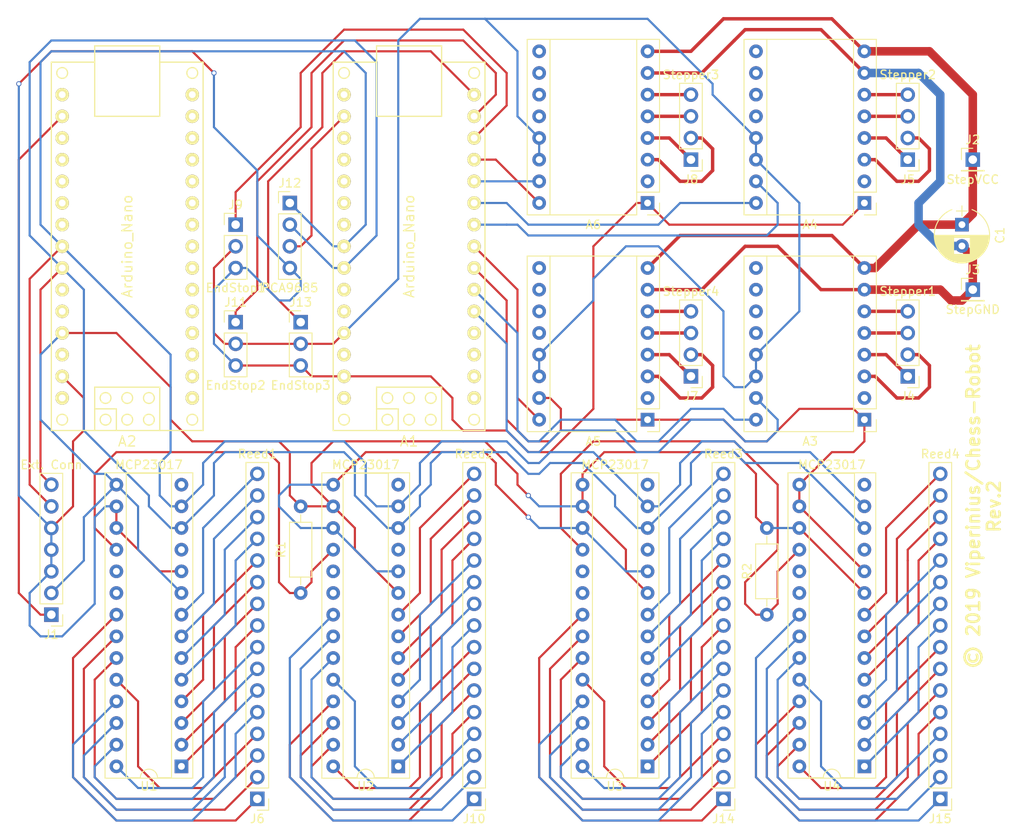
<source format=kicad_pcb>
(kicad_pcb (version 4) (host pcbnew 4.0.7)
  (title_block (title "Arduino Chess Logics Board") (rev 2))
  (layers (0 F.Cu signal) (31 B.Cu signal) (34 B.Paste user) (35 F.Paste user) (36 B.SilkS user) (37 F.SilkS user) (38 B.Mask user) (39 F.Mask user) (44 Edge.Cuts user))
  (net 0 "")
  (net 1 "Net-(A1-Pad30)")
  (net 2 "Net-(A1-Pad1)")
  (net 3 GND)
  (net 4 "Net-(A1-Pad2)")
  (net 5 "Net-(A1-Pad28)")
  (net 6 "Net-(A1-Pad3)")
  (net 7 5V_2)
  (net 8 "Net-(A1-Pad4)")
  (net 9 "Net-(A1-Pad26)")
  (net 10 "Net-(A1-Pad5)")
  (net 11 "Net-(A1-Pad25)")
  (net 12 "Net-(A1-Pad6)")
  (net 13 SCL)
  (net 14 "Net-(A1-Pad7)")
  (net 15 SDA)
  (net 16 "Net-(A1-Pad8)")
  (net 17 "Net-(A1-Pad22)")
  (net 18 "Net-(A1-Pad9)")
  (net 19 "Net-(A1-Pad21)")
  (net 20 "Net-(A1-Pad10)")
  (net 21 "Net-(A1-Pad20)")
  (net 22 "Net-(A1-Pad11)")
  (net 23 "Net-(A1-Pad19)")
  (net 24 "Net-(A1-Pad12)")
  (net 25 "Net-(A1-Pad18)")
  (net 26 "Net-(A1-Pad13)")
  (net 27 3V3_2)
  (net 28 "Net-(A1-Pad14)")
  (net 29 "Net-(A1-Pad16)")
  (net 30 "Net-(A1-Pad15)")
  (net 31 "Net-(A2-Pad30)")
  (net 32 "Net-(A2-Pad1)")
  (net 33 "Net-(A2-Pad2)")
  (net 34 "Net-(A2-Pad28)")
  (net 35 "Net-(A2-Pad3)")
  (net 36 5V)
  (net 37 "Net-(A2-Pad4)")
  (net 38 "Net-(A2-Pad26)")
  (net 39 "Net-(A2-Pad5)")
  (net 40 "Net-(A2-Pad25)")
  (net 41 "Net-(A2-Pad6)")
  (net 42 "Net-(A2-Pad7)")
  (net 43 "Net-(A2-Pad8)")
  (net 44 "Net-(A2-Pad22)")
  (net 45 "Net-(A2-Pad9)")
  (net 46 "Net-(A2-Pad21)")
  (net 47 "Net-(A2-Pad10)")
  (net 48 "Net-(A2-Pad20)")
  (net 49 "Net-(A2-Pad11)")
  (net 50 "Net-(A2-Pad19)")
  (net 51 "Net-(A2-Pad12)")
  (net 52 "Net-(A2-Pad18)")
  (net 53 "Net-(A2-Pad13)")
  (net 54 3V3)
  (net 55 "Net-(A2-Pad14)")
  (net 56 "Net-(A2-Pad16)")
  (net 57 "Net-(A2-Pad15)")
  (net 58 "Net-(A3-Pad9)")
  (net 59 "Net-(A3-Pad2)")
  (net 60 "Net-(A3-Pad10)")
  (net 61 "Net-(A3-Pad3)")
  (net 62 "Net-(A3-Pad11)")
  (net 63 "Net-(A3-Pad4)")
  (net 64 "Net-(A3-Pad12)")
  (net 65 "Net-(A3-Pad5)")
  (net 66 "Net-(A3-Pad6)")
  (net 67 8V_GND)
  (net 68 8V+)
  (net 69 "Net-(A4-Pad9)")
  (net 70 "Net-(A4-Pad2)")
  (net 71 "Net-(A4-Pad10)")
  (net 72 "Net-(A4-Pad3)")
  (net 73 "Net-(A4-Pad11)")
  (net 74 "Net-(A4-Pad4)")
  (net 75 "Net-(A4-Pad12)")
  (net 76 "Net-(A4-Pad5)")
  (net 77 "Net-(A4-Pad6)")
  (net 78 "Net-(A5-Pad9)")
  (net 79 "Net-(A5-Pad2)")
  (net 80 "Net-(A5-Pad10)")
  (net 81 "Net-(A5-Pad3)")
  (net 82 "Net-(A5-Pad11)")
  (net 83 "Net-(A5-Pad4)")
  (net 84 "Net-(A5-Pad12)")
  (net 85 "Net-(A5-Pad5)")
  (net 86 "Net-(A5-Pad6)")
  (net 87 "Net-(A6-Pad9)")
  (net 88 "Net-(A6-Pad2)")
  (net 89 "Net-(A6-Pad10)")
  (net 90 "Net-(A6-Pad3)")
  (net 91 "Net-(A6-Pad11)")
  (net 92 "Net-(A6-Pad4)")
  (net 93 "Net-(A6-Pad12)")
  (net 94 "Net-(A6-Pad5)")
  (net 95 "Net-(A6-Pad6)")
  (net 96 "Net-(J6-Pad1)")
  (net 97 "Net-(J6-Pad2)")
  (net 98 "Net-(J6-Pad3)")
  (net 99 "Net-(J6-Pad4)")
  (net 100 "Net-(J6-Pad5)")
  (net 101 "Net-(J6-Pad6)")
  (net 102 "Net-(J6-Pad7)")
  (net 103 "Net-(J6-Pad8)")
  (net 104 "Net-(J6-Pad9)")
  (net 105 "Net-(J6-Pad10)")
  (net 106 "Net-(J6-Pad11)")
  (net 107 "Net-(J6-Pad12)")
  (net 108 "Net-(J6-Pad13)")
  (net 109 "Net-(J6-Pad14)")
  (net 110 "Net-(J6-Pad15)")
  (net 111 "Net-(J6-Pad16)")
  (net 112 "Net-(J10-Pad1)")
  (net 113 "Net-(J10-Pad2)")
  (net 114 "Net-(J10-Pad3)")
  (net 115 "Net-(J10-Pad4)")
  (net 116 "Net-(J10-Pad5)")
  (net 117 "Net-(J10-Pad6)")
  (net 118 "Net-(J10-Pad7)")
  (net 119 "Net-(J10-Pad8)")
  (net 120 "Net-(J10-Pad9)")
  (net 121 "Net-(J10-Pad10)")
  (net 122 "Net-(J10-Pad11)")
  (net 123 "Net-(J10-Pad12)")
  (net 124 "Net-(J10-Pad13)")
  (net 125 "Net-(J10-Pad14)")
  (net 126 "Net-(J10-Pad15)")
  (net 127 "Net-(J10-Pad16)")
  (net 128 "Net-(J14-Pad1)")
  (net 129 "Net-(J14-Pad2)")
  (net 130 "Net-(J14-Pad3)")
  (net 131 "Net-(J14-Pad4)")
  (net 132 "Net-(J14-Pad5)")
  (net 133 "Net-(J14-Pad6)")
  (net 134 "Net-(J14-Pad7)")
  (net 135 "Net-(J14-Pad8)")
  (net 136 "Net-(J14-Pad9)")
  (net 137 "Net-(J14-Pad10)")
  (net 138 "Net-(J14-Pad11)")
  (net 139 "Net-(J14-Pad12)")
  (net 140 "Net-(J14-Pad13)")
  (net 141 "Net-(J14-Pad14)")
  (net 142 "Net-(J14-Pad15)")
  (net 143 "Net-(J14-Pad16)")
  (net 144 "Net-(J15-Pad1)")
  (net 145 "Net-(J15-Pad2)")
  (net 146 "Net-(J15-Pad3)")
  (net 147 "Net-(J15-Pad4)")
  (net 148 "Net-(J15-Pad5)")
  (net 149 "Net-(J15-Pad6)")
  (net 150 "Net-(J15-Pad7)")
  (net 151 "Net-(J15-Pad8)")
  (net 152 "Net-(J15-Pad9)")
  (net 153 "Net-(J15-Pad10)")
  (net 154 "Net-(J15-Pad11)")
  (net 155 "Net-(J15-Pad12)")
  (net 156 "Net-(J15-Pad13)")
  (net 157 "Net-(J15-Pad14)")
  (net 158 "Net-(J15-Pad15)")
  (net 159 "Net-(J15-Pad16)")
  (net 160 Pullup)
  (net 161 "Net-(U1-Pad19)")
  (net 162 "Net-(U1-Pad20)")
  (net 163 "Net-(U2-Pad19)")
  (net 164 "Net-(U2-Pad20)")
  (net 165 "Net-(U3-Pad19)")
  (net 166 "Net-(U3-Pad20)")
  (net 167 "Net-(U4-Pad19)")
  (net 168 "Net-(U4-Pad20)")
  (net 169 Pullup2)
  (module KiCAD_libraries:arduino_nano (layer F.Cu) (at 163.83 72.39 90)
    (fp_text reference A1 (at -22.86 0 180) (layer F.SilkS) (effects (font (size 1.2 1.2))))
    (fp_text value Arduino_Nano (at 0 0 90) (layer F.SilkS) (effects (font (size 1.2 1.2))))
    (pad 30 thru_hole circle (at -17.78 -7.62 90) (size 1.5748 1.5748) (drill 0.8) (layers *.Cu *.Mask F.SilkS) (net 1 "Net-(A1-Pad30)"))
    (pad 1 thru_hole circle (at -17.78 7.62 90) (size 1.5748 1.5748) (drill 0.8) (layers *.Cu *.Mask F.SilkS) (net 2 "Net-(A1-Pad1)"))
    (pad 29 thru_hole circle (at -15.24 -7.62 90) (size 1.5748 1.5748) (drill 0.8) (layers *.Cu *.Mask F.SilkS) (net 3 GND))
    (pad 2 thru_hole circle (at -15.24 7.62 90) (size 1.5748 1.5748) (drill 0.8) (layers *.Cu *.Mask F.SilkS) (net 4 "Net-(A1-Pad2)"))
    (pad 28 thru_hole circle (at -12.7 -7.62 90) (size 1.5748 1.5748) (drill 0.8) (layers *.Cu *.Mask F.SilkS) (net 5 "Net-(A1-Pad28)"))
    (pad 3 thru_hole circle (at -12.7 7.62 90) (size 1.5748 1.5748) (drill 0.8) (layers *.Cu *.Mask F.SilkS) (net 6 "Net-(A1-Pad3)"))
    (pad 27 thru_hole circle (at -10.16 -7.62 90) (size 1.5748 1.5748) (drill 0.8) (layers *.Cu *.Mask F.SilkS) (net 7 5V_2))
    (pad 4 thru_hole circle (at -10.16 7.62 90) (size 1.5748 1.5748) (drill 0.8) (layers *.Cu *.Mask F.SilkS) (net 8 "Net-(A1-Pad4)"))
    (pad 26 thru_hole circle (at -7.62 -7.62 90) (size 1.5748 1.5748) (drill 0.8) (layers *.Cu *.Mask F.SilkS) (net 9 "Net-(A1-Pad26)"))
    (pad 5 thru_hole circle (at -7.62 7.62 90) (size 1.5748 1.5748) (drill 0.8) (layers *.Cu *.Mask F.SilkS) (net 10 "Net-(A1-Pad5)"))
    (pad 25 thru_hole circle (at -5.08 -7.62 90) (size 1.5748 1.5748) (drill 0.8) (layers *.Cu *.Mask F.SilkS) (net 11 "Net-(A1-Pad25)"))
    (pad 6 thru_hole circle (at -5.08 7.62 90) (size 1.5748 1.5748) (drill 0.8) (layers *.Cu *.Mask F.SilkS) (net 12 "Net-(A1-Pad6)"))
    (pad 24 thru_hole circle (at -2.54 -7.62 90) (size 1.5748 1.5748) (drill 0.8) (layers *.Cu *.Mask F.SilkS) (net 13 SCL))
    (pad 7 thru_hole circle (at -2.54 7.62 90) (size 1.5748 1.5748) (drill 0.8) (layers *.Cu *.Mask F.SilkS) (net 14 "Net-(A1-Pad7)"))
    (pad 23 thru_hole circle (at 0 -7.62 90) (size 1.5748 1.5748) (drill 0.8) (layers *.Cu *.Mask F.SilkS) (net 15 SDA))
    (pad 8 thru_hole circle (at 0 7.62 90) (size 1.5748 1.5748) (drill 0.8) (layers *.Cu *.Mask F.SilkS) (net 16 "Net-(A1-Pad8)"))
    (pad 22 thru_hole circle (at 2.54 -7.62 90) (size 1.5748 1.5748) (drill 0.8) (layers *.Cu *.Mask F.SilkS) (net 17 "Net-(A1-Pad22)"))
    (pad 9 thru_hole circle (at 2.54 7.62 90) (size 1.5748 1.5748) (drill 0.8) (layers *.Cu *.Mask F.SilkS) (net 18 "Net-(A1-Pad9)"))
    (pad 21 thru_hole circle (at 5.08 -7.62 90) (size 1.5748 1.5748) (drill 0.8) (layers *.Cu *.Mask F.SilkS) (net 19 "Net-(A1-Pad21)"))
    (pad 10 thru_hole circle (at 5.08 7.62 90) (size 1.5748 1.5748) (drill 0.8) (layers *.Cu *.Mask F.SilkS) (net 20 "Net-(A1-Pad10)"))
    (pad 20 thru_hole circle (at 7.62 -7.62 90) (size 1.5748 1.5748) (drill 0.8) (layers *.Cu *.Mask F.SilkS) (net 21 "Net-(A1-Pad20)"))
    (pad 11 thru_hole circle (at 7.62 7.62 90) (size 1.5748 1.5748) (drill 0.8) (layers *.Cu *.Mask F.SilkS) (net 22 "Net-(A1-Pad11)"))
    (pad 19 thru_hole circle (at 10.16 -7.62 90) (size 1.5748 1.5748) (drill 0.8) (layers *.Cu *.Mask F.SilkS) (net 23 "Net-(A1-Pad19)"))
    (pad 12 thru_hole circle (at 10.16 7.62 90) (size 1.5748 1.5748) (drill 0.8) (layers *.Cu *.Mask F.SilkS) (net 24 "Net-(A1-Pad12)"))
    (pad 18 thru_hole circle (at 12.7 -7.62 90) (size 1.5748 1.5748) (drill 0.8) (layers *.Cu *.Mask F.SilkS) (net 25 "Net-(A1-Pad18)"))
    (pad 13 thru_hole circle (at 12.7 7.62 90) (size 1.5748 1.5748) (drill 0.8) (layers *.Cu *.Mask F.SilkS) (net 26 "Net-(A1-Pad13)"))
    (pad 17 thru_hole circle (at 15.24 -7.62 90) (size 1.5748 1.5748) (drill 0.8) (layers *.Cu *.Mask F.SilkS) (net 27 3V3_2))
    (pad 14 thru_hole circle (at 15.24 7.62 90) (size 1.5748 1.5748) (drill 0.8) (layers *.Cu *.Mask F.SilkS) (net 28 "Net-(A1-Pad14)"))
    (pad 16 thru_hole circle (at 17.78 -7.62 90) (size 1.5748 1.5748) (drill 0.8) (layers *.Cu *.Mask F.SilkS) (net 29 "Net-(A1-Pad16)"))
    (pad 15 thru_hole circle (at 17.78 7.62 90) (size 1.5748 1.5748) (drill 0.8) (layers *.Cu *.Mask F.SilkS) (net 30 "Net-(A1-Pad15)"))
  )
  (module KiCAD_libraries:arduino_nano (layer F.Cu) (at 130.81 72.39 90)
    (fp_text reference A2 (at -22.86 0 180) (layer F.SilkS) (effects (font (size 1.2 1.2))))
    (fp_text value Arduino_Nano (at 0 0 90) (layer F.SilkS) (effects (font (size 1.2 1.2))))
    (pad 30 thru_hole circle (at -17.78 -7.62 90) (size 1.5748 1.5748) (drill 0.8) (layers *.Cu *.Mask F.SilkS) (net 31 "Net-(A2-Pad30)"))
    (pad 1 thru_hole circle (at -17.78 7.62 90) (size 1.5748 1.5748) (drill 0.8) (layers *.Cu *.Mask F.SilkS) (net 32 "Net-(A2-Pad1)"))
    (pad 29 thru_hole circle (at -15.24 -7.62 90) (size 1.5748 1.5748) (drill 0.8) (layers *.Cu *.Mask F.SilkS) (net 3 GND))
    (pad 2 thru_hole circle (at -15.24 7.62 90) (size 1.5748 1.5748) (drill 0.8) (layers *.Cu *.Mask F.SilkS) (net 33 "Net-(A2-Pad2)"))
    (pad 28 thru_hole circle (at -12.7 -7.62 90) (size 1.5748 1.5748) (drill 0.8) (layers *.Cu *.Mask F.SilkS) (net 34 "Net-(A2-Pad28)"))
    (pad 3 thru_hole circle (at -12.7 7.62 90) (size 1.5748 1.5748) (drill 0.8) (layers *.Cu *.Mask F.SilkS) (net 35 "Net-(A2-Pad3)"))
    (pad 27 thru_hole circle (at -10.16 -7.62 90) (size 1.5748 1.5748) (drill 0.8) (layers *.Cu *.Mask F.SilkS) (net 36 5V))
    (pad 4 thru_hole circle (at -10.16 7.62 90) (size 1.5748 1.5748) (drill 0.8) (layers *.Cu *.Mask F.SilkS) (net 37 "Net-(A2-Pad4)"))
    (pad 26 thru_hole circle (at -7.62 -7.62 90) (size 1.5748 1.5748) (drill 0.8) (layers *.Cu *.Mask F.SilkS) (net 38 "Net-(A2-Pad26)"))
    (pad 5 thru_hole circle (at -7.62 7.62 90) (size 1.5748 1.5748) (drill 0.8) (layers *.Cu *.Mask F.SilkS) (net 39 "Net-(A2-Pad5)"))
    (pad 25 thru_hole circle (at -5.08 -7.62 90) (size 1.5748 1.5748) (drill 0.8) (layers *.Cu *.Mask F.SilkS) (net 40 "Net-(A2-Pad25)"))
    (pad 6 thru_hole circle (at -5.08 7.62 90) (size 1.5748 1.5748) (drill 0.8) (layers *.Cu *.Mask F.SilkS) (net 41 "Net-(A2-Pad6)"))
    (pad 24 thru_hole circle (at -2.54 -7.62 90) (size 1.5748 1.5748) (drill 0.8) (layers *.Cu *.Mask F.SilkS) (net 13 SCL))
    (pad 7 thru_hole circle (at -2.54 7.62 90) (size 1.5748 1.5748) (drill 0.8) (layers *.Cu *.Mask F.SilkS) (net 42 "Net-(A2-Pad7)"))
    (pad 23 thru_hole circle (at 0 -7.62 90) (size 1.5748 1.5748) (drill 0.8) (layers *.Cu *.Mask F.SilkS) (net 15 SDA))
    (pad 8 thru_hole circle (at 0 7.62 90) (size 1.5748 1.5748) (drill 0.8) (layers *.Cu *.Mask F.SilkS) (net 43 "Net-(A2-Pad8)"))
    (pad 22 thru_hole circle (at 2.54 -7.62 90) (size 1.5748 1.5748) (drill 0.8) (layers *.Cu *.Mask F.SilkS) (net 44 "Net-(A2-Pad22)"))
    (pad 9 thru_hole circle (at 2.54 7.62 90) (size 1.5748 1.5748) (drill 0.8) (layers *.Cu *.Mask F.SilkS) (net 45 "Net-(A2-Pad9)"))
    (pad 21 thru_hole circle (at 5.08 -7.62 90) (size 1.5748 1.5748) (drill 0.8) (layers *.Cu *.Mask F.SilkS) (net 46 "Net-(A2-Pad21)"))
    (pad 10 thru_hole circle (at 5.08 7.62 90) (size 1.5748 1.5748) (drill 0.8) (layers *.Cu *.Mask F.SilkS) (net 47 "Net-(A2-Pad10)"))
    (pad 20 thru_hole circle (at 7.62 -7.62 90) (size 1.5748 1.5748) (drill 0.8) (layers *.Cu *.Mask F.SilkS) (net 48 "Net-(A2-Pad20)"))
    (pad 11 thru_hole circle (at 7.62 7.62 90) (size 1.5748 1.5748) (drill 0.8) (layers *.Cu *.Mask F.SilkS) (net 49 "Net-(A2-Pad11)"))
    (pad 19 thru_hole circle (at 10.16 -7.62 90) (size 1.5748 1.5748) (drill 0.8) (layers *.Cu *.Mask F.SilkS) (net 50 "Net-(A2-Pad19)"))
    (pad 12 thru_hole circle (at 10.16 7.62 90) (size 1.5748 1.5748) (drill 0.8) (layers *.Cu *.Mask F.SilkS) (net 51 "Net-(A2-Pad12)"))
    (pad 18 thru_hole circle (at 12.7 -7.62 90) (size 1.5748 1.5748) (drill 0.8) (layers *.Cu *.Mask F.SilkS) (net 52 "Net-(A2-Pad18)"))
    (pad 13 thru_hole circle (at 12.7 7.62 90) (size 1.5748 1.5748) (drill 0.8) (layers *.Cu *.Mask F.SilkS) (net 53 "Net-(A2-Pad13)"))
    (pad 17 thru_hole circle (at 15.24 -7.62 90) (size 1.5748 1.5748) (drill 0.8) (layers *.Cu *.Mask F.SilkS) (net 54 3V3))
    (pad 14 thru_hole circle (at 15.24 7.62 90) (size 1.5748 1.5748) (drill 0.8) (layers *.Cu *.Mask F.SilkS) (net 55 "Net-(A2-Pad14)"))
    (pad 16 thru_hole circle (at 17.78 -7.62 90) (size 1.5748 1.5748) (drill 0.8) (layers *.Cu *.Mask F.SilkS) (net 56 "Net-(A2-Pad16)"))
    (pad 15 thru_hole circle (at 17.78 7.62 90) (size 1.5748 1.5748) (drill 0.8) (layers *.Cu *.Mask F.SilkS) (net 57 "Net-(A2-Pad15)"))
  )
  (module Modules:Pololu_Breakout-16_15.2x20.3mm (layer F.Cu) (at 217.17 92.71 180)
    (fp_text reference A3 (at 6.35 -2.54 180) (layer F.SilkS))
    (fp_text value Pololu_Breakout_DRV8825)
    (pad 1 thru_hole rect (at 0 0 180) (size 1.6 1.6) (drill 0.8) (layers *.Cu *.Mask) (net 3 GND))
    (pad 9 thru_hole oval (at 12.7 17.78 180) (size 1.6 1.6) (drill 0.8) (layers *.Cu *.Mask) (net 58 "Net-(A3-Pad9)"))
    (pad 2 thru_hole oval (at 0 2.54 180) (size 1.6 1.6) (drill 0.8) (layers *.Cu *.Mask) (net 59 "Net-(A3-Pad2)"))
    (pad 10 thru_hole oval (at 12.7 15.24 180) (size 1.6 1.6) (drill 0.8) (layers *.Cu *.Mask) (net 60 "Net-(A3-Pad10)"))
    (pad 3 thru_hole oval (at 0 5.08 180) (size 1.6 1.6) (drill 0.8) (layers *.Cu *.Mask) (net 61 "Net-(A3-Pad3)"))
    (pad 11 thru_hole oval (at 12.7 12.7 180) (size 1.6 1.6) (drill 0.8) (layers *.Cu *.Mask) (net 62 "Net-(A3-Pad11)"))
    (pad 4 thru_hole oval (at 0 7.62 180) (size 1.6 1.6) (drill 0.8) (layers *.Cu *.Mask) (net 63 "Net-(A3-Pad4)"))
    (pad 12 thru_hole oval (at 12.7 10.16 180) (size 1.6 1.6) (drill 0.8) (layers *.Cu *.Mask) (net 64 "Net-(A3-Pad12)"))
    (pad 5 thru_hole oval (at 0 10.16 180) (size 1.6 1.6) (drill 0.8) (layers *.Cu *.Mask) (net 65 "Net-(A3-Pad5)"))
    (pad 13 thru_hole oval (at 12.7 7.62 180) (size 1.6 1.6) (drill 0.8) (layers *.Cu *.Mask) (net 7 5V_2))
    (pad 6 thru_hole oval (at 0 12.7 180) (size 1.6 1.6) (drill 0.8) (layers *.Cu *.Mask) (net 66 "Net-(A3-Pad6)"))
    (pad 14 thru_hole oval (at 12.7 5.08 180) (size 1.6 1.6) (drill 0.8) (layers *.Cu *.Mask) (net 7 5V_2))
    (pad 7 thru_hole oval (at 0 15.24 180) (size 1.6 1.6) (drill 0.8) (layers *.Cu *.Mask) (net 67 8V_GND))
    (pad 15 thru_hole oval (at 12.7 2.54 180) (size 1.6 1.6) (drill 0.8) (layers *.Cu *.Mask) (net 10 "Net-(A1-Pad5)"))
    (pad 8 thru_hole oval (at 0 17.78 180) (size 1.6 1.6) (drill 0.8) (layers *.Cu *.Mask) (net 68 8V+))
    (pad 16 thru_hole oval (at 12.7 0 180) (size 1.6 1.6) (drill 0.8) (layers *.Cu *.Mask) (net 12 "Net-(A1-Pad6)"))
  )
  (module Modules:Pololu_Breakout-16_15.2x20.3mm (layer F.Cu) (at 217.17 67.31 180)
    (fp_text reference A4 (at 6.35 -2.54 180) (layer F.SilkS))
    (fp_text value Pololu_Breakout_DRV8825)
    (pad 1 thru_hole rect (at 0 0 180) (size 1.6 1.6) (drill 0.8) (layers *.Cu *.Mask) (net 3 GND))
    (pad 9 thru_hole oval (at 12.7 17.78 180) (size 1.6 1.6) (drill 0.8) (layers *.Cu *.Mask) (net 69 "Net-(A4-Pad9)"))
    (pad 2 thru_hole oval (at 0 2.54 180) (size 1.6 1.6) (drill 0.8) (layers *.Cu *.Mask) (net 70 "Net-(A4-Pad2)"))
    (pad 10 thru_hole oval (at 12.7 15.24 180) (size 1.6 1.6) (drill 0.8) (layers *.Cu *.Mask) (net 71 "Net-(A4-Pad10)"))
    (pad 3 thru_hole oval (at 0 5.08 180) (size 1.6 1.6) (drill 0.8) (layers *.Cu *.Mask) (net 72 "Net-(A4-Pad3)"))
    (pad 11 thru_hole oval (at 12.7 12.7 180) (size 1.6 1.6) (drill 0.8) (layers *.Cu *.Mask) (net 73 "Net-(A4-Pad11)"))
    (pad 4 thru_hole oval (at 0 7.62 180) (size 1.6 1.6) (drill 0.8) (layers *.Cu *.Mask) (net 74 "Net-(A4-Pad4)"))
    (pad 12 thru_hole oval (at 12.7 10.16 180) (size 1.6 1.6) (drill 0.8) (layers *.Cu *.Mask) (net 75 "Net-(A4-Pad12)"))
    (pad 5 thru_hole oval (at 0 10.16 180) (size 1.6 1.6) (drill 0.8) (layers *.Cu *.Mask) (net 76 "Net-(A4-Pad5)"))
    (pad 13 thru_hole oval (at 12.7 7.62 180) (size 1.6 1.6) (drill 0.8) (layers *.Cu *.Mask) (net 7 5V_2))
    (pad 6 thru_hole oval (at 0 12.7 180) (size 1.6 1.6) (drill 0.8) (layers *.Cu *.Mask) (net 77 "Net-(A4-Pad6)"))
    (pad 14 thru_hole oval (at 12.7 5.08 180) (size 1.6 1.6) (drill 0.8) (layers *.Cu *.Mask) (net 7 5V_2))
    (pad 7 thru_hole oval (at 0 15.24 180) (size 1.6 1.6) (drill 0.8) (layers *.Cu *.Mask) (net 67 8V_GND))
    (pad 15 thru_hole oval (at 12.7 2.54 180) (size 1.6 1.6) (drill 0.8) (layers *.Cu *.Mask) (net 18 "Net-(A1-Pad9)"))
    (pad 8 thru_hole oval (at 0 17.78 180) (size 1.6 1.6) (drill 0.8) (layers *.Cu *.Mask) (net 68 8V+))
    (pad 16 thru_hole oval (at 12.7 0 180) (size 1.6 1.6) (drill 0.8) (layers *.Cu *.Mask) (net 20 "Net-(A1-Pad10)"))
  )
  (module Modules:Pololu_Breakout-16_15.2x20.3mm (layer F.Cu) (at 191.77 92.71 180)
    (fp_text reference A5 (at 6.35 -2.54 180) (layer F.SilkS))
    (fp_text value Pololu_Breakout_DRV8825)
    (pad 1 thru_hole rect (at 0 0 180) (size 1.6 1.6) (drill 0.8) (layers *.Cu *.Mask) (net 3 GND))
    (pad 9 thru_hole oval (at 12.7 17.78 180) (size 1.6 1.6) (drill 0.8) (layers *.Cu *.Mask) (net 78 "Net-(A5-Pad9)"))
    (pad 2 thru_hole oval (at 0 2.54 180) (size 1.6 1.6) (drill 0.8) (layers *.Cu *.Mask) (net 79 "Net-(A5-Pad2)"))
    (pad 10 thru_hole oval (at 12.7 15.24 180) (size 1.6 1.6) (drill 0.8) (layers *.Cu *.Mask) (net 80 "Net-(A5-Pad10)"))
    (pad 3 thru_hole oval (at 0 5.08 180) (size 1.6 1.6) (drill 0.8) (layers *.Cu *.Mask) (net 81 "Net-(A5-Pad3)"))
    (pad 11 thru_hole oval (at 12.7 12.7 180) (size 1.6 1.6) (drill 0.8) (layers *.Cu *.Mask) (net 82 "Net-(A5-Pad11)"))
    (pad 4 thru_hole oval (at 0 7.62 180) (size 1.6 1.6) (drill 0.8) (layers *.Cu *.Mask) (net 83 "Net-(A5-Pad4)"))
    (pad 12 thru_hole oval (at 12.7 10.16 180) (size 1.6 1.6) (drill 0.8) (layers *.Cu *.Mask) (net 84 "Net-(A5-Pad12)"))
    (pad 5 thru_hole oval (at 0 10.16 180) (size 1.6 1.6) (drill 0.8) (layers *.Cu *.Mask) (net 85 "Net-(A5-Pad5)"))
    (pad 13 thru_hole oval (at 12.7 7.62 180) (size 1.6 1.6) (drill 0.8) (layers *.Cu *.Mask) (net 7 5V_2))
    (pad 6 thru_hole oval (at 0 12.7 180) (size 1.6 1.6) (drill 0.8) (layers *.Cu *.Mask) (net 86 "Net-(A5-Pad6)"))
    (pad 14 thru_hole oval (at 12.7 5.08 180) (size 1.6 1.6) (drill 0.8) (layers *.Cu *.Mask) (net 7 5V_2))
    (pad 7 thru_hole oval (at 0 15.24 180) (size 1.6 1.6) (drill 0.8) (layers *.Cu *.Mask) (net 67 8V_GND))
    (pad 15 thru_hole oval (at 12.7 2.54 180) (size 1.6 1.6) (drill 0.8) (layers *.Cu *.Mask) (net 14 "Net-(A1-Pad7)"))
    (pad 8 thru_hole oval (at 0 17.78 180) (size 1.6 1.6) (drill 0.8) (layers *.Cu *.Mask) (net 68 8V+))
    (pad 16 thru_hole oval (at 12.7 0 180) (size 1.6 1.6) (drill 0.8) (layers *.Cu *.Mask) (net 16 "Net-(A1-Pad8)"))
  )
  (module Modules:Pololu_Breakout-16_15.2x20.3mm (layer F.Cu) (at 191.77 67.31 180)
    (fp_text reference A6 (at 6.35 -2.54 180) (layer F.SilkS))
    (fp_text value Pololu_Breakout_DRV8825)
    (pad 1 thru_hole rect (at 0 0 180) (size 1.6 1.6) (drill 0.8) (layers *.Cu *.Mask) (net 3 GND))
    (pad 9 thru_hole oval (at 12.7 17.78 180) (size 1.6 1.6) (drill 0.8) (layers *.Cu *.Mask) (net 87 "Net-(A6-Pad9)"))
    (pad 2 thru_hole oval (at 0 2.54 180) (size 1.6 1.6) (drill 0.8) (layers *.Cu *.Mask) (net 88 "Net-(A6-Pad2)"))
    (pad 10 thru_hole oval (at 12.7 15.24 180) (size 1.6 1.6) (drill 0.8) (layers *.Cu *.Mask) (net 89 "Net-(A6-Pad10)"))
    (pad 3 thru_hole oval (at 0 5.08 180) (size 1.6 1.6) (drill 0.8) (layers *.Cu *.Mask) (net 90 "Net-(A6-Pad3)"))
    (pad 11 thru_hole oval (at 12.7 12.7 180) (size 1.6 1.6) (drill 0.8) (layers *.Cu *.Mask) (net 91 "Net-(A6-Pad11)"))
    (pad 4 thru_hole oval (at 0 7.62 180) (size 1.6 1.6) (drill 0.8) (layers *.Cu *.Mask) (net 92 "Net-(A6-Pad4)"))
    (pad 12 thru_hole oval (at 12.7 10.16 180) (size 1.6 1.6) (drill 0.8) (layers *.Cu *.Mask) (net 93 "Net-(A6-Pad12)"))
    (pad 5 thru_hole oval (at 0 10.16 180) (size 1.6 1.6) (drill 0.8) (layers *.Cu *.Mask) (net 94 "Net-(A6-Pad5)"))
    (pad 13 thru_hole oval (at 12.7 7.62 180) (size 1.6 1.6) (drill 0.8) (layers *.Cu *.Mask) (net 7 5V_2))
    (pad 6 thru_hole oval (at 0 12.7 180) (size 1.6 1.6) (drill 0.8) (layers *.Cu *.Mask) (net 95 "Net-(A6-Pad6)"))
    (pad 14 thru_hole oval (at 12.7 5.08 180) (size 1.6 1.6) (drill 0.8) (layers *.Cu *.Mask) (net 7 5V_2))
    (pad 7 thru_hole oval (at 0 15.24 180) (size 1.6 1.6) (drill 0.8) (layers *.Cu *.Mask) (net 67 8V_GND))
    (pad 15 thru_hole oval (at 12.7 2.54 180) (size 1.6 1.6) (drill 0.8) (layers *.Cu *.Mask) (net 22 "Net-(A1-Pad11)"))
    (pad 8 thru_hole oval (at 0 17.78 180) (size 1.6 1.6) (drill 0.8) (layers *.Cu *.Mask) (net 68 8V+))
    (pad 16 thru_hole oval (at 12.7 0 180) (size 1.6 1.6) (drill 0.8) (layers *.Cu *.Mask) (net 24 "Net-(A1-Pad12)"))
  )
  (module Capacitors_THT:CP_Radial_D6.3mm_P2.50mm (layer F.Cu) (at 228.6 69.85 270)
    (fp_text reference C1 (at 1.25 -4.46 270) (layer F.SilkS))
    (fp_text value CP)
    (pad 1 thru_hole rect (at 0 0 270) (size 1.6 1.6) (drill 0.8) (layers *.Cu *.Mask) (net 68 8V+))
    (pad 2 thru_hole circle (at 2.5 0 270) (size 1.6 1.6) (drill 0.8) (layers *.Cu *.Mask) (net 67 8V_GND))
  )
  (module Pin_Headers:Pin_Header_Straight_1x07_Pitch2.54mm (layer F.Cu) (at 121.92 115.57 180)
    (fp_text reference J1 (at 0 -2.33 180) (layer F.SilkS))
    (fp_text value "Ext. Conn" (at 0 17.57 180) (layer F.SilkS))
    (pad 1 thru_hole rect (at 0 0 180) (size 1.7 1.7) (drill 1) (layers *.Cu *.Mask) (net 54 3V3))
    (pad 2 thru_hole oval (at 0 2.54 180) (size 1.7 1.7) (drill 1) (layers *.Cu *.Mask) (net 36 5V))
    (pad 3 thru_hole oval (at 0 5.08 180) (size 1.7 1.7) (drill 1) (layers *.Cu *.Mask) (net 3 GND))
    (pad 4 thru_hole oval (at 0 7.62 180) (size 1.7 1.7) (drill 1) (layers *.Cu *.Mask) (net 3 GND))
    (pad 5 thru_hole oval (at 0 10.16 180) (size 1.7 1.7) (drill 1) (layers *.Cu *.Mask) (net 3 GND))
    (pad 6 thru_hole oval (at 0 12.7 180) (size 1.7 1.7) (drill 1) (layers *.Cu *.Mask) (net 15 SDA))
    (pad 7 thru_hole oval (at 0 15.24 180) (size 1.7 1.7) (drill 1) (layers *.Cu *.Mask) (net 13 SCL))
  )
  (module Pin_Headers:Pin_Header_Straight_1x01_Pitch2.54mm (layer F.Cu) (at 229.87 62.23)
    (fp_text reference J2 (at 0 -2.33) (layer F.SilkS))
    (fp_text value StepVCC (at 0 2.33) (layer F.SilkS))
    (pad 1 thru_hole rect (at 0 0) (size 1.7 1.7) (drill 1) (layers *.Cu *.Mask) (net 68 8V+))
  )
  (module Pin_Headers:Pin_Header_Straight_1x01_Pitch2.54mm (layer F.Cu) (at 229.87 77.47)
    (fp_text reference J3 (at 0 -2.33) (layer F.SilkS))
    (fp_text value StepGND (at 0 2.33) (layer F.SilkS))
    (pad 1 thru_hole rect (at 0 0) (size 1.7 1.7) (drill 1) (layers *.Cu *.Mask) (net 67 8V_GND))
  )
  (module Pin_Headers:Pin_Header_Straight_1x04_Pitch2.54mm (layer F.Cu) (at 222.25 87.63 180)
    (fp_text reference J4 (at 0 -2.33 180) (layer F.SilkS))
    (fp_text value Stepper1 (at 0 9.95 180) (layer F.SilkS))
    (pad 1 thru_hole rect (at 0 0 180) (size 1.7 1.7) (drill 1) (layers *.Cu *.Mask) (net 63 "Net-(A3-Pad4)"))
    (pad 2 thru_hole oval (at 0 2.54 180) (size 1.7 1.7) (drill 1) (layers *.Cu *.Mask) (net 61 "Net-(A3-Pad3)"))
    (pad 3 thru_hole oval (at 0 5.08 180) (size 1.7 1.7) (drill 1) (layers *.Cu *.Mask) (net 65 "Net-(A3-Pad5)"))
    (pad 4 thru_hole oval (at 0 7.62 180) (size 1.7 1.7) (drill 1) (layers *.Cu *.Mask) (net 66 "Net-(A3-Pad6)"))
  )
  (module Pin_Headers:Pin_Header_Straight_1x04_Pitch2.54mm (layer F.Cu) (at 222.25 62.23 180)
    (fp_text reference J5 (at 0 -2.33 180) (layer F.SilkS))
    (fp_text value Stepper2 (at 0 9.95 180) (layer F.SilkS))
    (pad 1 thru_hole rect (at 0 0 180) (size 1.7 1.7) (drill 1) (layers *.Cu *.Mask) (net 74 "Net-(A4-Pad4)"))
    (pad 2 thru_hole oval (at 0 2.54 180) (size 1.7 1.7) (drill 1) (layers *.Cu *.Mask) (net 72 "Net-(A4-Pad3)"))
    (pad 3 thru_hole oval (at 0 5.08 180) (size 1.7 1.7) (drill 1) (layers *.Cu *.Mask) (net 76 "Net-(A4-Pad5)"))
    (pad 4 thru_hole oval (at 0 7.62 180) (size 1.7 1.7) (drill 1) (layers *.Cu *.Mask) (net 77 "Net-(A4-Pad6)"))
  )
  (module Pin_Headers:Pin_Header_Straight_1x16_Pitch2.54mm (layer F.Cu) (at 146.05 137.16 180)
    (fp_text reference J6 (at 0 -2.33 180) (layer F.SilkS))
    (fp_text value Reed1 (at 0 40.43 180) (layer F.SilkS))
    (pad 1 thru_hole rect (at 0 0 180) (size 1.7 1.7) (drill 1) (layers *.Cu *.Mask) (net 96 "Net-(J6-Pad1)"))
    (pad 2 thru_hole oval (at 0 2.54 180) (size 1.7 1.7) (drill 1) (layers *.Cu *.Mask) (net 97 "Net-(J6-Pad2)"))
    (pad 3 thru_hole oval (at 0 5.08 180) (size 1.7 1.7) (drill 1) (layers *.Cu *.Mask) (net 98 "Net-(J6-Pad3)"))
    (pad 4 thru_hole oval (at 0 7.62 180) (size 1.7 1.7) (drill 1) (layers *.Cu *.Mask) (net 99 "Net-(J6-Pad4)"))
    (pad 5 thru_hole oval (at 0 10.16 180) (size 1.7 1.7) (drill 1) (layers *.Cu *.Mask) (net 100 "Net-(J6-Pad5)"))
    (pad 6 thru_hole oval (at 0 12.7 180) (size 1.7 1.7) (drill 1) (layers *.Cu *.Mask) (net 101 "Net-(J6-Pad6)"))
    (pad 7 thru_hole oval (at 0 15.24 180) (size 1.7 1.7) (drill 1) (layers *.Cu *.Mask) (net 102 "Net-(J6-Pad7)"))
    (pad 8 thru_hole oval (at 0 17.78 180) (size 1.7 1.7) (drill 1) (layers *.Cu *.Mask) (net 103 "Net-(J6-Pad8)"))
    (pad 9 thru_hole oval (at 0 20.32 180) (size 1.7 1.7) (drill 1) (layers *.Cu *.Mask) (net 104 "Net-(J6-Pad9)"))
    (pad 10 thru_hole oval (at 0 22.86 180) (size 1.7 1.7) (drill 1) (layers *.Cu *.Mask) (net 105 "Net-(J6-Pad10)"))
    (pad 11 thru_hole oval (at 0 25.4 180) (size 1.7 1.7) (drill 1) (layers *.Cu *.Mask) (net 106 "Net-(J6-Pad11)"))
    (pad 12 thru_hole oval (at 0 27.94 180) (size 1.7 1.7) (drill 1) (layers *.Cu *.Mask) (net 107 "Net-(J6-Pad12)"))
    (pad 13 thru_hole oval (at 0 30.48 180) (size 1.7 1.7) (drill 1) (layers *.Cu *.Mask) (net 108 "Net-(J6-Pad13)"))
    (pad 14 thru_hole oval (at 0 33.02 180) (size 1.7 1.7) (drill 1) (layers *.Cu *.Mask) (net 109 "Net-(J6-Pad14)"))
    (pad 15 thru_hole oval (at 0 35.56 180) (size 1.7 1.7) (drill 1) (layers *.Cu *.Mask) (net 110 "Net-(J6-Pad15)"))
    (pad 16 thru_hole oval (at 0 38.1 180) (size 1.7 1.7) (drill 1) (layers *.Cu *.Mask) (net 111 "Net-(J6-Pad16)"))
  )
  (module Pin_Headers:Pin_Header_Straight_1x04_Pitch2.54mm (layer F.Cu) (at 196.85 87.63 180)
    (fp_text reference J7 (at 0 -2.33 180) (layer F.SilkS))
    (fp_text value Stepper4 (at 0 9.95 180) (layer F.SilkS))
    (pad 1 thru_hole rect (at 0 0 180) (size 1.7 1.7) (drill 1) (layers *.Cu *.Mask) (net 83 "Net-(A5-Pad4)"))
    (pad 2 thru_hole oval (at 0 2.54 180) (size 1.7 1.7) (drill 1) (layers *.Cu *.Mask) (net 81 "Net-(A5-Pad3)"))
    (pad 3 thru_hole oval (at 0 5.08 180) (size 1.7 1.7) (drill 1) (layers *.Cu *.Mask) (net 85 "Net-(A5-Pad5)"))
    (pad 4 thru_hole oval (at 0 7.62 180) (size 1.7 1.7) (drill 1) (layers *.Cu *.Mask) (net 86 "Net-(A5-Pad6)"))
  )
  (module Pin_Headers:Pin_Header_Straight_1x04_Pitch2.54mm (layer F.Cu) (at 196.85 62.23 180)
    (fp_text reference J8 (at 0 -2.33 180) (layer F.SilkS))
    (fp_text value Stepper3 (at 0 9.95 180) (layer F.SilkS))
    (pad 1 thru_hole rect (at 0 0 180) (size 1.7 1.7) (drill 1) (layers *.Cu *.Mask) (net 92 "Net-(A6-Pad4)"))
    (pad 2 thru_hole oval (at 0 2.54 180) (size 1.7 1.7) (drill 1) (layers *.Cu *.Mask) (net 90 "Net-(A6-Pad3)"))
    (pad 3 thru_hole oval (at 0 5.08 180) (size 1.7 1.7) (drill 1) (layers *.Cu *.Mask) (net 94 "Net-(A6-Pad5)"))
    (pad 4 thru_hole oval (at 0 7.62 180) (size 1.7 1.7) (drill 1) (layers *.Cu *.Mask) (net 95 "Net-(A6-Pad6)"))
  )
  (module Pin_Headers:Pin_Header_Straight_1x03_Pitch2.54mm (layer F.Cu) (at 143.51 69.85)
    (fp_text reference J9 (at 0 -2.33) (layer F.SilkS))
    (fp_text value EndStop1 (at 0 7.41) (layer F.SilkS))
    (pad 1 thru_hole rect (at 0 0) (size 1.7 1.7) (drill 1) (layers *.Cu *.Mask) (net 26 "Net-(A1-Pad13)"))
    (pad 2 thru_hole oval (at 0 2.54) (size 1.7 1.7) (drill 1) (layers *.Cu *.Mask) (net 7 5V_2))
    (pad 3 thru_hole oval (at 0 5.08) (size 1.7 1.7) (drill 1) (layers *.Cu *.Mask) (net 3 GND))
  )
  (module Pin_Headers:Pin_Header_Straight_1x16_Pitch2.54mm (layer F.Cu) (at 171.45 137.16 180)
    (fp_text reference J10 (at 0 -2.33 180) (layer F.SilkS))
    (fp_text value Reed2 (at 0 40.43 180) (layer F.SilkS))
    (pad 1 thru_hole rect (at 0 0 180) (size 1.7 1.7) (drill 1) (layers *.Cu *.Mask) (net 112 "Net-(J10-Pad1)"))
    (pad 2 thru_hole oval (at 0 2.54 180) (size 1.7 1.7) (drill 1) (layers *.Cu *.Mask) (net 113 "Net-(J10-Pad2)"))
    (pad 3 thru_hole oval (at 0 5.08 180) (size 1.7 1.7) (drill 1) (layers *.Cu *.Mask) (net 114 "Net-(J10-Pad3)"))
    (pad 4 thru_hole oval (at 0 7.62 180) (size 1.7 1.7) (drill 1) (layers *.Cu *.Mask) (net 115 "Net-(J10-Pad4)"))
    (pad 5 thru_hole oval (at 0 10.16 180) (size 1.7 1.7) (drill 1) (layers *.Cu *.Mask) (net 116 "Net-(J10-Pad5)"))
    (pad 6 thru_hole oval (at 0 12.7 180) (size 1.7 1.7) (drill 1) (layers *.Cu *.Mask) (net 117 "Net-(J10-Pad6)"))
    (pad 7 thru_hole oval (at 0 15.24 180) (size 1.7 1.7) (drill 1) (layers *.Cu *.Mask) (net 118 "Net-(J10-Pad7)"))
    (pad 8 thru_hole oval (at 0 17.78 180) (size 1.7 1.7) (drill 1) (layers *.Cu *.Mask) (net 119 "Net-(J10-Pad8)"))
    (pad 9 thru_hole oval (at 0 20.32 180) (size 1.7 1.7) (drill 1) (layers *.Cu *.Mask) (net 120 "Net-(J10-Pad9)"))
    (pad 10 thru_hole oval (at 0 22.86 180) (size 1.7 1.7) (drill 1) (layers *.Cu *.Mask) (net 121 "Net-(J10-Pad10)"))
    (pad 11 thru_hole oval (at 0 25.4 180) (size 1.7 1.7) (drill 1) (layers *.Cu *.Mask) (net 122 "Net-(J10-Pad11)"))
    (pad 12 thru_hole oval (at 0 27.94 180) (size 1.7 1.7) (drill 1) (layers *.Cu *.Mask) (net 123 "Net-(J10-Pad12)"))
    (pad 13 thru_hole oval (at 0 30.48 180) (size 1.7 1.7) (drill 1) (layers *.Cu *.Mask) (net 124 "Net-(J10-Pad13)"))
    (pad 14 thru_hole oval (at 0 33.02 180) (size 1.7 1.7) (drill 1) (layers *.Cu *.Mask) (net 125 "Net-(J10-Pad14)"))
    (pad 15 thru_hole oval (at 0 35.56 180) (size 1.7 1.7) (drill 1) (layers *.Cu *.Mask) (net 126 "Net-(J10-Pad15)"))
    (pad 16 thru_hole oval (at 0 38.1 180) (size 1.7 1.7) (drill 1) (layers *.Cu *.Mask) (net 127 "Net-(J10-Pad16)"))
  )
  (module Pin_Headers:Pin_Header_Straight_1x03_Pitch2.54mm (layer F.Cu) (at 143.51 81.28)
    (fp_text reference J11 (at 0 -2.33) (layer F.SilkS))
    (fp_text value EndStop2 (at 0 7.41) (layer F.SilkS))
    (pad 1 thru_hole rect (at 0 0) (size 1.7 1.7) (drill 1) (layers *.Cu *.Mask) (net 28 "Net-(A1-Pad14)"))
    (pad 2 thru_hole oval (at 0 2.54) (size 1.7 1.7) (drill 1) (layers *.Cu *.Mask) (net 7 5V_2))
    (pad 3 thru_hole oval (at 0 5.08) (size 1.7 1.7) (drill 1) (layers *.Cu *.Mask) (net 3 GND))
  )
  (module Pin_Headers:Pin_Header_Straight_1x04_Pitch2.54mm (layer F.Cu) (at 149.86 67.31)
    (fp_text reference J12 (at 0 -2.33) (layer F.SilkS))
    (fp_text value PCA9685 (at 0 9.95) (layer F.SilkS))
    (pad 1 thru_hole rect (at 0 0) (size 1.7 1.7) (drill 1) (layers *.Cu *.Mask) (net 15 SDA))
    (pad 2 thru_hole oval (at 0 2.54) (size 1.7 1.7) (drill 1) (layers *.Cu *.Mask) (net 13 SCL))
    (pad 3 thru_hole oval (at 0 5.08) (size 1.7 1.7) (drill 1) (layers *.Cu *.Mask) (net 27 3V3_2))
    (pad 4 thru_hole oval (at 0 7.62) (size 1.7 1.7) (drill 1) (layers *.Cu *.Mask) (net 3 GND))
  )
  (module Pin_Headers:Pin_Header_Straight_1x03_Pitch2.54mm (layer F.Cu) (at 151.13 81.28)
    (fp_text reference J13 (at 0 -2.33) (layer F.SilkS))
    (fp_text value EndStop3 (at 0 7.41) (layer F.SilkS))
    (pad 1 thru_hole rect (at 0 0) (size 1.7 1.7) (drill 1) (layers *.Cu *.Mask) (net 30 "Net-(A1-Pad15)"))
    (pad 2 thru_hole oval (at 0 2.54) (size 1.7 1.7) (drill 1) (layers *.Cu *.Mask) (net 7 5V_2))
    (pad 3 thru_hole oval (at 0 5.08) (size 1.7 1.7) (drill 1) (layers *.Cu *.Mask) (net 3 GND))
  )
  (module Pin_Headers:Pin_Header_Straight_1x16_Pitch2.54mm (layer F.Cu) (at 200.66 137.16 180)
    (fp_text reference J14 (at 0 -2.33 180) (layer F.SilkS))
    (fp_text value Reed3 (at 0 40.43 180) (layer F.SilkS))
    (pad 1 thru_hole rect (at 0 0 180) (size 1.7 1.7) (drill 1) (layers *.Cu *.Mask) (net 128 "Net-(J14-Pad1)"))
    (pad 2 thru_hole oval (at 0 2.54 180) (size 1.7 1.7) (drill 1) (layers *.Cu *.Mask) (net 129 "Net-(J14-Pad2)"))
    (pad 3 thru_hole oval (at 0 5.08 180) (size 1.7 1.7) (drill 1) (layers *.Cu *.Mask) (net 130 "Net-(J14-Pad3)"))
    (pad 4 thru_hole oval (at 0 7.62 180) (size 1.7 1.7) (drill 1) (layers *.Cu *.Mask) (net 131 "Net-(J14-Pad4)"))
    (pad 5 thru_hole oval (at 0 10.16 180) (size 1.7 1.7) (drill 1) (layers *.Cu *.Mask) (net 132 "Net-(J14-Pad5)"))
    (pad 6 thru_hole oval (at 0 12.7 180) (size 1.7 1.7) (drill 1) (layers *.Cu *.Mask) (net 133 "Net-(J14-Pad6)"))
    (pad 7 thru_hole oval (at 0 15.24 180) (size 1.7 1.7) (drill 1) (layers *.Cu *.Mask) (net 134 "Net-(J14-Pad7)"))
    (pad 8 thru_hole oval (at 0 17.78 180) (size 1.7 1.7) (drill 1) (layers *.Cu *.Mask) (net 135 "Net-(J14-Pad8)"))
    (pad 9 thru_hole oval (at 0 20.32 180) (size 1.7 1.7) (drill 1) (layers *.Cu *.Mask) (net 136 "Net-(J14-Pad9)"))
    (pad 10 thru_hole oval (at 0 22.86 180) (size 1.7 1.7) (drill 1) (layers *.Cu *.Mask) (net 137 "Net-(J14-Pad10)"))
    (pad 11 thru_hole oval (at 0 25.4 180) (size 1.7 1.7) (drill 1) (layers *.Cu *.Mask) (net 138 "Net-(J14-Pad11)"))
    (pad 12 thru_hole oval (at 0 27.94 180) (size 1.7 1.7) (drill 1) (layers *.Cu *.Mask) (net 139 "Net-(J14-Pad12)"))
    (pad 13 thru_hole oval (at 0 30.48 180) (size 1.7 1.7) (drill 1) (layers *.Cu *.Mask) (net 140 "Net-(J14-Pad13)"))
    (pad 14 thru_hole oval (at 0 33.02 180) (size 1.7 1.7) (drill 1) (layers *.Cu *.Mask) (net 141 "Net-(J14-Pad14)"))
    (pad 15 thru_hole oval (at 0 35.56 180) (size 1.7 1.7) (drill 1) (layers *.Cu *.Mask) (net 142 "Net-(J14-Pad15)"))
    (pad 16 thru_hole oval (at 0 38.1 180) (size 1.7 1.7) (drill 1) (layers *.Cu *.Mask) (net 143 "Net-(J14-Pad16)"))
  )
  (module Pin_Headers:Pin_Header_Straight_1x16_Pitch2.54mm (layer F.Cu) (at 226.06 137.16 180)
    (fp_text reference J15 (at 0 -2.33 180) (layer F.SilkS))
    (fp_text value Reed4 (at 0 40.43 180) (layer F.SilkS))
    (pad 1 thru_hole rect (at 0 0 180) (size 1.7 1.7) (drill 1) (layers *.Cu *.Mask) (net 144 "Net-(J15-Pad1)"))
    (pad 2 thru_hole oval (at 0 2.54 180) (size 1.7 1.7) (drill 1) (layers *.Cu *.Mask) (net 145 "Net-(J15-Pad2)"))
    (pad 3 thru_hole oval (at 0 5.08 180) (size 1.7 1.7) (drill 1) (layers *.Cu *.Mask) (net 146 "Net-(J15-Pad3)"))
    (pad 4 thru_hole oval (at 0 7.62 180) (size 1.7 1.7) (drill 1) (layers *.Cu *.Mask) (net 147 "Net-(J15-Pad4)"))
    (pad 5 thru_hole oval (at 0 10.16 180) (size 1.7 1.7) (drill 1) (layers *.Cu *.Mask) (net 148 "Net-(J15-Pad5)"))
    (pad 6 thru_hole oval (at 0 12.7 180) (size 1.7 1.7) (drill 1) (layers *.Cu *.Mask) (net 149 "Net-(J15-Pad6)"))
    (pad 7 thru_hole oval (at 0 15.24 180) (size 1.7 1.7) (drill 1) (layers *.Cu *.Mask) (net 150 "Net-(J15-Pad7)"))
    (pad 8 thru_hole oval (at 0 17.78 180) (size 1.7 1.7) (drill 1) (layers *.Cu *.Mask) (net 151 "Net-(J15-Pad8)"))
    (pad 9 thru_hole oval (at 0 20.32 180) (size 1.7 1.7) (drill 1) (layers *.Cu *.Mask) (net 152 "Net-(J15-Pad9)"))
    (pad 10 thru_hole oval (at 0 22.86 180) (size 1.7 1.7) (drill 1) (layers *.Cu *.Mask) (net 153 "Net-(J15-Pad10)"))
    (pad 11 thru_hole oval (at 0 25.4 180) (size 1.7 1.7) (drill 1) (layers *.Cu *.Mask) (net 154 "Net-(J15-Pad11)"))
    (pad 12 thru_hole oval (at 0 27.94 180) (size 1.7 1.7) (drill 1) (layers *.Cu *.Mask) (net 155 "Net-(J15-Pad12)"))
    (pad 13 thru_hole oval (at 0 30.48 180) (size 1.7 1.7) (drill 1) (layers *.Cu *.Mask) (net 156 "Net-(J15-Pad13)"))
    (pad 14 thru_hole oval (at 0 33.02 180) (size 1.7 1.7) (drill 1) (layers *.Cu *.Mask) (net 157 "Net-(J15-Pad14)"))
    (pad 15 thru_hole oval (at 0 35.56 180) (size 1.7 1.7) (drill 1) (layers *.Cu *.Mask) (net 158 "Net-(J15-Pad15)"))
    (pad 16 thru_hole oval (at 0 38.1 180) (size 1.7 1.7) (drill 1) (layers *.Cu *.Mask) (net 159 "Net-(J15-Pad16)"))
  )
  (module Resistors_THT:R_Axial_DIN0207_L6.3mm_D2.5mm_P10.16mm_Horizontal (layer F.Cu) (at 151.13 113.03 90)
    (fp_text reference R1 (at 5.08 -2.31 90) (layer F.SilkS))
    (fp_text value 10k)
    (pad 1 thru_hole circle (at 0 0 90) (size 1.6 1.6) (drill 0.8) (layers *.Cu *.Mask) (net 160 Pullup))
    (pad 2 thru_hole oval (at 10.16 0 90) (size 1.6 1.6) (drill 0.8) (layers *.Cu *.Mask) (net 36 5V))
  )
  (module Housings_DIP:DIP-28_W7.62mm_Socket (layer F.Cu) (at 137.16 133.35 180)
    (fp_text reference U1 (at 3.81 -2.33 180) (layer F.SilkS))
    (fp_text value MCP23017 (at 3.81 35.35 180) (layer F.SilkS))
    (pad 1 thru_hole rect (at 0 0 180) (size 1.6 1.6) (drill 0.8) (layers *.Cu *.Mask) (net 104 "Net-(J6-Pad9)"))
    (pad 15 thru_hole oval (at 7.62 33.02 180) (size 1.6 1.6) (drill 0.8) (layers *.Cu *.Mask) (net 36 5V))
    (pad 2 thru_hole oval (at 0 2.54 180) (size 1.6 1.6) (drill 0.8) (layers *.Cu *.Mask) (net 105 "Net-(J6-Pad10)"))
    (pad 16 thru_hole oval (at 7.62 30.48 180) (size 1.6 1.6) (drill 0.8) (layers *.Cu *.Mask) (net 3 GND))
    (pad 3 thru_hole oval (at 0 5.08 180) (size 1.6 1.6) (drill 0.8) (layers *.Cu *.Mask) (net 106 "Net-(J6-Pad11)"))
    (pad 17 thru_hole oval (at 7.62 27.94 180) (size 1.6 1.6) (drill 0.8) (layers *.Cu *.Mask) (net 3 GND))
    (pad 4 thru_hole oval (at 0 7.62 180) (size 1.6 1.6) (drill 0.8) (layers *.Cu *.Mask) (net 107 "Net-(J6-Pad12)"))
    (pad 18 thru_hole oval (at 7.62 25.4 180) (size 1.6 1.6) (drill 0.8) (layers *.Cu *.Mask) (net 160 Pullup))
    (pad 5 thru_hole oval (at 0 10.16 180) (size 1.6 1.6) (drill 0.8) (layers *.Cu *.Mask) (net 108 "Net-(J6-Pad13)"))
    (pad 19 thru_hole oval (at 7.62 22.86 180) (size 1.6 1.6) (drill 0.8) (layers *.Cu *.Mask) (net 161 "Net-(U1-Pad19)"))
    (pad 6 thru_hole oval (at 0 12.7 180) (size 1.6 1.6) (drill 0.8) (layers *.Cu *.Mask) (net 109 "Net-(J6-Pad14)"))
    (pad 20 thru_hole oval (at 7.62 20.32 180) (size 1.6 1.6) (drill 0.8) (layers *.Cu *.Mask) (net 162 "Net-(U1-Pad20)"))
    (pad 7 thru_hole oval (at 0 15.24 180) (size 1.6 1.6) (drill 0.8) (layers *.Cu *.Mask) (net 110 "Net-(J6-Pad15)"))
    (pad 21 thru_hole oval (at 7.62 17.78 180) (size 1.6 1.6) (drill 0.8) (layers *.Cu *.Mask) (net 96 "Net-(J6-Pad1)"))
    (pad 8 thru_hole oval (at 0 17.78 180) (size 1.6 1.6) (drill 0.8) (layers *.Cu *.Mask) (net 111 "Net-(J6-Pad16)"))
    (pad 22 thru_hole oval (at 7.62 15.24 180) (size 1.6 1.6) (drill 0.8) (layers *.Cu *.Mask) (net 97 "Net-(J6-Pad2)"))
    (pad 9 thru_hole oval (at 0 20.32 180) (size 1.6 1.6) (drill 0.8) (layers *.Cu *.Mask) (net 36 5V))
    (pad 23 thru_hole oval (at 7.62 12.7 180) (size 1.6 1.6) (drill 0.8) (layers *.Cu *.Mask) (net 98 "Net-(J6-Pad3)"))
    (pad 10 thru_hole oval (at 0 22.86 180) (size 1.6 1.6) (drill 0.8) (layers *.Cu *.Mask) (net 3 GND))
    (pad 24 thru_hole oval (at 7.62 10.16 180) (size 1.6 1.6) (drill 0.8) (layers *.Cu *.Mask) (net 99 "Net-(J6-Pad4)"))
    (pad 11 thru_hole oval (at 0 25.4 180) (size 1.6 1.6) (drill 0.8) (layers *.Cu *.Mask))
    (pad 25 thru_hole oval (at 7.62 7.62 180) (size 1.6 1.6) (drill 0.8) (layers *.Cu *.Mask) (net 100 "Net-(J6-Pad5)"))
    (pad 12 thru_hole oval (at 0 27.94 180) (size 1.6 1.6) (drill 0.8) (layers *.Cu *.Mask) (net 13 SCL))
    (pad 26 thru_hole oval (at 7.62 5.08 180) (size 1.6 1.6) (drill 0.8) (layers *.Cu *.Mask) (net 101 "Net-(J6-Pad6)"))
    (pad 13 thru_hole oval (at 0 30.48 180) (size 1.6 1.6) (drill 0.8) (layers *.Cu *.Mask) (net 15 SDA))
    (pad 27 thru_hole oval (at 7.62 2.54 180) (size 1.6 1.6) (drill 0.8) (layers *.Cu *.Mask) (net 102 "Net-(J6-Pad7)"))
    (pad 14 thru_hole oval (at 0 33.02 180) (size 1.6 1.6) (drill 0.8) (layers *.Cu *.Mask))
    (pad 28 thru_hole oval (at 7.62 0 180) (size 1.6 1.6) (drill 0.8) (layers *.Cu *.Mask) (net 103 "Net-(J6-Pad8)"))
  )
  (module Housings_DIP:DIP-28_W7.62mm_Socket (layer F.Cu) (at 162.56 133.35 180)
    (fp_text reference U2 (at 3.81 -2.33 180) (layer F.SilkS))
    (fp_text value MCP23017 (at 3.81 35.35 180) (layer F.SilkS))
    (pad 1 thru_hole rect (at 0 0 180) (size 1.6 1.6) (drill 0.8) (layers *.Cu *.Mask) (net 120 "Net-(J10-Pad9)"))
    (pad 15 thru_hole oval (at 7.62 33.02 180) (size 1.6 1.6) (drill 0.8) (layers *.Cu *.Mask) (net 3 GND))
    (pad 2 thru_hole oval (at 0 2.54 180) (size 1.6 1.6) (drill 0.8) (layers *.Cu *.Mask) (net 121 "Net-(J10-Pad10)"))
    (pad 16 thru_hole oval (at 7.62 30.48 180) (size 1.6 1.6) (drill 0.8) (layers *.Cu *.Mask) (net 36 5V))
    (pad 3 thru_hole oval (at 0 5.08 180) (size 1.6 1.6) (drill 0.8) (layers *.Cu *.Mask) (net 122 "Net-(J10-Pad11)"))
    (pad 17 thru_hole oval (at 7.62 27.94 180) (size 1.6 1.6) (drill 0.8) (layers *.Cu *.Mask) (net 3 GND))
    (pad 4 thru_hole oval (at 0 7.62 180) (size 1.6 1.6) (drill 0.8) (layers *.Cu *.Mask) (net 123 "Net-(J10-Pad12)"))
    (pad 18 thru_hole oval (at 7.62 25.4 180) (size 1.6 1.6) (drill 0.8) (layers *.Cu *.Mask) (net 160 Pullup))
    (pad 5 thru_hole oval (at 0 10.16 180) (size 1.6 1.6) (drill 0.8) (layers *.Cu *.Mask) (net 124 "Net-(J10-Pad13)"))
    (pad 19 thru_hole oval (at 7.62 22.86 180) (size 1.6 1.6) (drill 0.8) (layers *.Cu *.Mask) (net 163 "Net-(U2-Pad19)"))
    (pad 6 thru_hole oval (at 0 12.7 180) (size 1.6 1.6) (drill 0.8) (layers *.Cu *.Mask) (net 125 "Net-(J10-Pad14)"))
    (pad 20 thru_hole oval (at 7.62 20.32 180) (size 1.6 1.6) (drill 0.8) (layers *.Cu *.Mask) (net 164 "Net-(U2-Pad20)"))
    (pad 7 thru_hole oval (at 0 15.24 180) (size 1.6 1.6) (drill 0.8) (layers *.Cu *.Mask) (net 126 "Net-(J10-Pad15)"))
    (pad 21 thru_hole oval (at 7.62 17.78 180) (size 1.6 1.6) (drill 0.8) (layers *.Cu *.Mask) (net 112 "Net-(J10-Pad1)"))
    (pad 8 thru_hole oval (at 0 17.78 180) (size 1.6 1.6) (drill 0.8) (layers *.Cu *.Mask) (net 127 "Net-(J10-Pad16)"))
    (pad 22 thru_hole oval (at 7.62 15.24 180) (size 1.6 1.6) (drill 0.8) (layers *.Cu *.Mask) (net 113 "Net-(J10-Pad2)"))
    (pad 9 thru_hole oval (at 0 20.32 180) (size 1.6 1.6) (drill 0.8) (layers *.Cu *.Mask) (net 36 5V))
    (pad 23 thru_hole oval (at 7.62 12.7 180) (size 1.6 1.6) (drill 0.8) (layers *.Cu *.Mask) (net 114 "Net-(J10-Pad3)"))
    (pad 10 thru_hole oval (at 0 22.86 180) (size 1.6 1.6) (drill 0.8) (layers *.Cu *.Mask) (net 3 GND))
    (pad 24 thru_hole oval (at 7.62 10.16 180) (size 1.6 1.6) (drill 0.8) (layers *.Cu *.Mask) (net 115 "Net-(J10-Pad4)"))
    (pad 11 thru_hole oval (at 0 25.4 180) (size 1.6 1.6) (drill 0.8) (layers *.Cu *.Mask))
    (pad 25 thru_hole oval (at 7.62 7.62 180) (size 1.6 1.6) (drill 0.8) (layers *.Cu *.Mask) (net 116 "Net-(J10-Pad5)"))
    (pad 12 thru_hole oval (at 0 27.94 180) (size 1.6 1.6) (drill 0.8) (layers *.Cu *.Mask) (net 13 SCL))
    (pad 26 thru_hole oval (at 7.62 5.08 180) (size 1.6 1.6) (drill 0.8) (layers *.Cu *.Mask) (net 117 "Net-(J10-Pad6)"))
    (pad 13 thru_hole oval (at 0 30.48 180) (size 1.6 1.6) (drill 0.8) (layers *.Cu *.Mask) (net 15 SDA))
    (pad 27 thru_hole oval (at 7.62 2.54 180) (size 1.6 1.6) (drill 0.8) (layers *.Cu *.Mask) (net 118 "Net-(J10-Pad7)"))
    (pad 14 thru_hole oval (at 0 33.02 180) (size 1.6 1.6) (drill 0.8) (layers *.Cu *.Mask))
    (pad 28 thru_hole oval (at 7.62 0 180) (size 1.6 1.6) (drill 0.8) (layers *.Cu *.Mask) (net 119 "Net-(J10-Pad8)"))
  )
  (module Housings_DIP:DIP-28_W7.62mm_Socket (layer F.Cu) (at 191.77 133.35 180)
    (fp_text reference U3 (at 3.81 -2.33 180) (layer F.SilkS))
    (fp_text value MCP23017 (at 3.81 35.35 180) (layer F.SilkS))
    (pad 1 thru_hole rect (at 0 0 180) (size 1.6 1.6) (drill 0.8) (layers *.Cu *.Mask) (net 136 "Net-(J14-Pad9)"))
    (pad 15 thru_hole oval (at 7.62 33.02 180) (size 1.6 1.6) (drill 0.8) (layers *.Cu *.Mask) (net 36 5V))
    (pad 2 thru_hole oval (at 0 2.54 180) (size 1.6 1.6) (drill 0.8) (layers *.Cu *.Mask) (net 137 "Net-(J14-Pad10)"))
    (pad 16 thru_hole oval (at 7.62 30.48 180) (size 1.6 1.6) (drill 0.8) (layers *.Cu *.Mask) (net 36 5V))
    (pad 3 thru_hole oval (at 0 5.08 180) (size 1.6 1.6) (drill 0.8) (layers *.Cu *.Mask) (net 138 "Net-(J14-Pad11)"))
    (pad 17 thru_hole oval (at 7.62 27.94 180) (size 1.6 1.6) (drill 0.8) (layers *.Cu *.Mask) (net 3 GND))
    (pad 4 thru_hole oval (at 0 7.62 180) (size 1.6 1.6) (drill 0.8) (layers *.Cu *.Mask) (net 139 "Net-(J14-Pad12)"))
    (pad 18 thru_hole oval (at 7.62 25.4 180) (size 1.6 1.6) (drill 0.8) (layers *.Cu *.Mask) (net 169 Pullup2))
    (pad 5 thru_hole oval (at 0 10.16 180) (size 1.6 1.6) (drill 0.8) (layers *.Cu *.Mask) (net 140 "Net-(J14-Pad13)"))
    (pad 19 thru_hole oval (at 7.62 22.86 180) (size 1.6 1.6) (drill 0.8) (layers *.Cu *.Mask) (net 165 "Net-(U3-Pad19)"))
    (pad 6 thru_hole oval (at 0 12.7 180) (size 1.6 1.6) (drill 0.8) (layers *.Cu *.Mask) (net 141 "Net-(J14-Pad14)"))
    (pad 20 thru_hole oval (at 7.62 20.32 180) (size 1.6 1.6) (drill 0.8) (layers *.Cu *.Mask) (net 166 "Net-(U3-Pad20)"))
    (pad 7 thru_hole oval (at 0 15.24 180) (size 1.6 1.6) (drill 0.8) (layers *.Cu *.Mask) (net 142 "Net-(J14-Pad15)"))
    (pad 21 thru_hole oval (at 7.62 17.78 180) (size 1.6 1.6) (drill 0.8) (layers *.Cu *.Mask) (net 128 "Net-(J14-Pad1)"))
    (pad 8 thru_hole oval (at 0 17.78 180) (size 1.6 1.6) (drill 0.8) (layers *.Cu *.Mask) (net 143 "Net-(J14-Pad16)"))
    (pad 22 thru_hole oval (at 7.62 15.24 180) (size 1.6 1.6) (drill 0.8) (layers *.Cu *.Mask) (net 129 "Net-(J14-Pad2)"))
    (pad 9 thru_hole oval (at 0 20.32 180) (size 1.6 1.6) (drill 0.8) (layers *.Cu *.Mask) (net 36 5V))
    (pad 23 thru_hole oval (at 7.62 12.7 180) (size 1.6 1.6) (drill 0.8) (layers *.Cu *.Mask) (net 130 "Net-(J14-Pad3)"))
    (pad 10 thru_hole oval (at 0 22.86 180) (size 1.6 1.6) (drill 0.8) (layers *.Cu *.Mask) (net 3 GND))
    (pad 24 thru_hole oval (at 7.62 10.16 180) (size 1.6 1.6) (drill 0.8) (layers *.Cu *.Mask) (net 131 "Net-(J14-Pad4)"))
    (pad 11 thru_hole oval (at 0 25.4 180) (size 1.6 1.6) (drill 0.8) (layers *.Cu *.Mask))
    (pad 25 thru_hole oval (at 7.62 7.62 180) (size 1.6 1.6) (drill 0.8) (layers *.Cu *.Mask) (net 132 "Net-(J14-Pad5)"))
    (pad 12 thru_hole oval (at 0 27.94 180) (size 1.6 1.6) (drill 0.8) (layers *.Cu *.Mask) (net 13 SCL))
    (pad 26 thru_hole oval (at 7.62 5.08 180) (size 1.6 1.6) (drill 0.8) (layers *.Cu *.Mask) (net 133 "Net-(J14-Pad6)"))
    (pad 13 thru_hole oval (at 0 30.48 180) (size 1.6 1.6) (drill 0.8) (layers *.Cu *.Mask) (net 15 SDA))
    (pad 27 thru_hole oval (at 7.62 2.54 180) (size 1.6 1.6) (drill 0.8) (layers *.Cu *.Mask) (net 134 "Net-(J14-Pad7)"))
    (pad 14 thru_hole oval (at 0 33.02 180) (size 1.6 1.6) (drill 0.8) (layers *.Cu *.Mask))
    (pad 28 thru_hole oval (at 7.62 0 180) (size 1.6 1.6) (drill 0.8) (layers *.Cu *.Mask) (net 135 "Net-(J14-Pad8)"))
  )
  (module Housings_DIP:DIP-28_W7.62mm_Socket (layer F.Cu) (at 217.17 133.35 180)
    (fp_text reference U4 (at 3.81 -2.33 180) (layer F.SilkS))
    (fp_text value MCP23017 (at 3.81 35.35 180) (layer F.SilkS))
    (pad 1 thru_hole rect (at 0 0 180) (size 1.6 1.6) (drill 0.8) (layers *.Cu *.Mask) (net 152 "Net-(J15-Pad9)"))
    (pad 15 thru_hole oval (at 7.62 33.02 180) (size 1.6 1.6) (drill 0.8) (layers *.Cu *.Mask) (net 3 GND))
    (pad 2 thru_hole oval (at 0 2.54 180) (size 1.6 1.6) (drill 0.8) (layers *.Cu *.Mask) (net 153 "Net-(J15-Pad10)"))
    (pad 16 thru_hole oval (at 7.62 30.48 180) (size 1.6 1.6) (drill 0.8) (layers *.Cu *.Mask) (net 3 GND))
    (pad 3 thru_hole oval (at 0 5.08 180) (size 1.6 1.6) (drill 0.8) (layers *.Cu *.Mask) (net 154 "Net-(J15-Pad11)"))
    (pad 17 thru_hole oval (at 7.62 27.94 180) (size 1.6 1.6) (drill 0.8) (layers *.Cu *.Mask) (net 36 5V))
    (pad 4 thru_hole oval (at 0 7.62 180) (size 1.6 1.6) (drill 0.8) (layers *.Cu *.Mask) (net 155 "Net-(J15-Pad12)"))
    (pad 18 thru_hole oval (at 7.62 25.4 180) (size 1.6 1.6) (drill 0.8) (layers *.Cu *.Mask) (net 169 Pullup2))
    (pad 5 thru_hole oval (at 0 10.16 180) (size 1.6 1.6) (drill 0.8) (layers *.Cu *.Mask) (net 156 "Net-(J15-Pad13)"))
    (pad 19 thru_hole oval (at 7.62 22.86 180) (size 1.6 1.6) (drill 0.8) (layers *.Cu *.Mask) (net 167 "Net-(U4-Pad19)"))
    (pad 6 thru_hole oval (at 0 12.7 180) (size 1.6 1.6) (drill 0.8) (layers *.Cu *.Mask) (net 157 "Net-(J15-Pad14)"))
    (pad 20 thru_hole oval (at 7.62 20.32 180) (size 1.6 1.6) (drill 0.8) (layers *.Cu *.Mask) (net 168 "Net-(U4-Pad20)"))
    (pad 7 thru_hole oval (at 0 15.24 180) (size 1.6 1.6) (drill 0.8) (layers *.Cu *.Mask) (net 158 "Net-(J15-Pad15)"))
    (pad 21 thru_hole oval (at 7.62 17.78 180) (size 1.6 1.6) (drill 0.8) (layers *.Cu *.Mask) (net 144 "Net-(J15-Pad1)"))
    (pad 8 thru_hole oval (at 0 17.78 180) (size 1.6 1.6) (drill 0.8) (layers *.Cu *.Mask) (net 159 "Net-(J15-Pad16)"))
    (pad 22 thru_hole oval (at 7.62 15.24 180) (size 1.6 1.6) (drill 0.8) (layers *.Cu *.Mask) (net 145 "Net-(J15-Pad2)"))
    (pad 9 thru_hole oval (at 0 20.32 180) (size 1.6 1.6) (drill 0.8) (layers *.Cu *.Mask) (net 36 5V))
    (pad 23 thru_hole oval (at 7.62 12.7 180) (size 1.6 1.6) (drill 0.8) (layers *.Cu *.Mask) (net 146 "Net-(J15-Pad3)"))
    (pad 10 thru_hole oval (at 0 22.86 180) (size 1.6 1.6) (drill 0.8) (layers *.Cu *.Mask) (net 3 GND))
    (pad 24 thru_hole oval (at 7.62 10.16 180) (size 1.6 1.6) (drill 0.8) (layers *.Cu *.Mask) (net 147 "Net-(J15-Pad4)"))
    (pad 11 thru_hole oval (at 0 25.4 180) (size 1.6 1.6) (drill 0.8) (layers *.Cu *.Mask))
    (pad 25 thru_hole oval (at 7.62 7.62 180) (size 1.6 1.6) (drill 0.8) (layers *.Cu *.Mask) (net 148 "Net-(J15-Pad5)"))
    (pad 12 thru_hole oval (at 0 27.94 180) (size 1.6 1.6) (drill 0.8) (layers *.Cu *.Mask) (net 13 SCL))
    (pad 26 thru_hole oval (at 7.62 5.08 180) (size 1.6 1.6) (drill 0.8) (layers *.Cu *.Mask) (net 149 "Net-(J15-Pad6)"))
    (pad 13 thru_hole oval (at 0 30.48 180) (size 1.6 1.6) (drill 0.8) (layers *.Cu *.Mask) (net 15 SDA))
    (pad 27 thru_hole oval (at 7.62 2.54 180) (size 1.6 1.6) (drill 0.8) (layers *.Cu *.Mask) (net 150 "Net-(J15-Pad7)"))
    (pad 14 thru_hole oval (at 0 33.02 180) (size 1.6 1.6) (drill 0.8) (layers *.Cu *.Mask))
    (pad 28 thru_hole oval (at 7.62 0 180) (size 1.6 1.6) (drill 0.8) (layers *.Cu *.Mask) (net 151 "Net-(J15-Pad8)"))
  )
  (module Resistors_THT:R_Axial_DIN0207_L6.3mm_D2.5mm_P10.16mm_Horizontal (layer F.Cu) (at 205.74 115.57 90)
    (fp_text reference R2 (at 5.08 -2.31 90) (layer F.SilkS))
    (fp_text value 10k)
    (pad 1 thru_hole circle (at 0 0 90) (size 1.6 1.6) (drill 0.8) (layers *.Cu *.Mask) (net 169 Pullup2))
    (pad 2 thru_hole oval (at 10.16 0 90) (size 1.6 1.6) (drill 0.8) (layers *.Cu *.Mask) (net 36 5V))
  )
  (module Mounting_Holes:MountingHole_3.2mm_M3 (layer F.Cu) (at 229.87 46.99 90)
    (fp_text reference REF** hide)
    (fp_text value M3 hide)
    (pad 1 np_thru_hole circle (at 0 0 90) (size 3.2 3.2) (drill 3.2) (layers *.Cu *.Mask))
  )
  (module Mounting_Holes:MountingHole_3.2mm_M3 (layer F.Cu) (at 232.41 135.89)
    (fp_text reference REF** hide)
    (fp_text value M3 hide)
    (pad 1 np_thru_hole circle (at 0 0) (size 3.2 3.2) (drill 3.2) (layers *.Cu *.Mask))
  )
  (module Mounting_Holes:MountingHole_3.2mm_M3 (layer F.Cu) (at 119.38 128.27)
    (fp_text reference REF** hide)
    (fp_text value M3 hide)
    (pad 1 np_thru_hole circle (at 0 0) (size 3.2 3.2) (drill 3.2) (layers *.Cu *.Mask))
  )
  (module Mounting_Holes:MountingHole_3.2mm_M3 (layer F.Cu) (at 146.05 54.61)
    (fp_text reference REF** hide)
    (fp_text value M3 hide)
    (pad 1 np_thru_hole circle (at 0 0) (size 3.2 3.2) (drill 3.2) (layers *.Cu *.Mask))
  )
  (gr_text "© 2019 Viperinius/Chess-Robot\nRev.2" (at 231.14 102.87 90) (layer F.SilkS) (effects (font (size 1.5 1.5) (thickness 0.3))))
  (segment (start 184.15 105.41) (end 179.07 105.41) (width 0.25) (layer B.Cu) (net 3))
  (segment (start 158.75 96.52) (end 172.72 96.52) (width 0.25) (layer F.Cu) (net 3))
  (segment (start 172.72 96.52) (end 173.99 97.79) (width 0.25) (layer F.Cu) (net 3))
  (segment (start 173.99 97.79) (end 173.99 100.33) (width 0.25) (layer F.Cu) (net 3))
  (segment (start 173.99 100.33) (end 177.8 104.14) (width 0.25) (layer F.Cu) (net 3))
  (segment (start 158.75 96.52) (end 154.94 100.33) (width 0.25) (layer F.Cu) (net 3))
  (via (at 177.8 104.14) (size 0.6) (drill 0.4) (layers F.Cu B.Cu) (net 3))
  (segment (start 179.07 105.41) (end 177.8 104.14) (width 0.25) (layer B.Cu) (net 3))
  (segment (start 121.92 105.41) (end 118.11 101.6) (width 0.25) (layer B.Cu) (net 3))
  (segment (start 146.05 71.12) (end 149.86 74.93) (width 0.25) (layer B.Cu) (net 3))
  (segment (start 146.05 63.5) (end 146.05 71.12) (width 0.25) (layer B.Cu) (net 3))
  (segment (start 140.97 58.42) (end 146.05 63.5) (width 0.25) (layer B.Cu) (net 3))
  (segment (start 140.97 52.07) (end 140.97 58.42) (width 0.25) (layer B.Cu) (net 3))
  (via (at 140.97 52.07) (size 0.6) (drill 0.4) (layers F.Cu B.Cu) (net 3))
  (segment (start 138.43 49.53) (end 140.97 52.07) (width 0.25) (layer F.Cu) (net 3))
  (segment (start 121.92 49.53) (end 138.43 49.53) (width 0.25) (layer F.Cu) (net 3))
  (segment (start 118.11 53.34) (end 121.92 49.53) (width 0.25) (layer F.Cu) (net 3))
  (via (at 118.11 53.34) (size 0.6) (drill 0.4) (layers F.Cu B.Cu) (net 3))
  (segment (start 118.11 101.6) (end 118.11 53.34) (width 0.25) (layer B.Cu) (net 3))
  (segment (start 143.51 74.93) (end 144.78 74.93) (width 0.25) (layer B.Cu) (net 3))
  (segment (start 144.78 74.93) (end 148.59 78.74) (width 0.25) (layer B.Cu) (net 3))
  (segment (start 148.59 78.74) (end 149.86 78.74) (width 0.25) (layer B.Cu) (net 3))
  (segment (start 149.86 78.74) (end 151.13 77.47) (width 0.25) (layer B.Cu) (net 3))
  (segment (start 151.13 77.47) (end 151.13 76.2) (width 0.25) (layer B.Cu) (net 3))
  (segment (start 151.13 76.2) (end 149.86 74.93) (width 0.25) (layer B.Cu) (net 3))
  (segment (start 121.92 105.41) (end 124.46 102.87) (width 0.25) (layer F.Cu) (net 3))
  (segment (start 124.46 102.87) (end 124.46 95.25) (width 0.25) (layer F.Cu) (net 3))
  (segment (start 124.46 95.25) (end 125.73 93.98) (width 0.25) (layer F.Cu) (net 3))
  (segment (start 125.73 93.98) (end 125.73 90.17) (width 0.25) (layer F.Cu) (net 3))
  (segment (start 125.73 90.17) (end 123.19 87.63) (width 0.25) (layer F.Cu) (net 3))
  (segment (start 121.92 105.41) (end 121.92 107.95) (width 0.25) (layer B.Cu) (net 3))
  (segment (start 121.92 110.49) (end 121.92 107.95) (width 0.25) (layer B.Cu) (net 3))
  (segment (start 129.54 102.87) (end 128.27 102.87) (width 0.25) (layer B.Cu) (net 3))
  (segment (start 119.38 113.03) (end 121.92 110.49) (width 0.25) (layer B.Cu) (net 3))
  (segment (start 119.38 116.84) (end 119.38 113.03) (width 0.25) (layer B.Cu) (net 3))
  (segment (start 120.65 118.11) (end 119.38 116.84) (width 0.25) (layer B.Cu) (net 3))
  (segment (start 123.19 118.11) (end 120.65 118.11) (width 0.25) (layer B.Cu) (net 3))
  (segment (start 127 114.3) (end 123.19 118.11) (width 0.25) (layer B.Cu) (net 3))
  (segment (start 127 104.14) (end 127 114.3) (width 0.25) (layer B.Cu) (net 3))
  (segment (start 128.27 102.87) (end 127 104.14) (width 0.25) (layer B.Cu) (net 3))
  (segment (start 129.54 105.41) (end 129.54 102.87) (width 0.25) (layer F.Cu) (net 3))
  (segment (start 154.94 105.41) (end 151.13 105.41) (width 0.25) (layer B.Cu) (net 3))
  (segment (start 149.86 100.33) (end 154.94 100.33) (width 0.25) (layer B.Cu) (net 3))
  (segment (start 148.59 101.6) (end 149.86 100.33) (width 0.25) (layer B.Cu) (net 3))
  (segment (start 148.59 102.87) (end 148.59 101.6) (width 0.25) (layer B.Cu) (net 3))
  (segment (start 151.13 105.41) (end 148.59 102.87) (width 0.25) (layer B.Cu) (net 3))
  (segment (start 162.56 110.49) (end 160.02 110.49) (width 0.25) (layer B.Cu) (net 3))
  (segment (start 160.02 110.49) (end 154.94 105.41) (width 0.25) (layer B.Cu) (net 3))
  (segment (start 184.15 92.71) (end 181.61 95.25) (width 0.25) (layer F.Cu) (net 3))
  (segment (start 166.37 87.63) (end 156.21 87.63) (width 0.25) (layer F.Cu) (net 3))
  (segment (start 168.91 90.17) (end 166.37 87.63) (width 0.25) (layer F.Cu) (net 3))
  (segment (start 168.91 92.71) (end 168.91 90.17) (width 0.25) (layer F.Cu) (net 3))
  (segment (start 170.18 93.98) (end 168.91 92.71) (width 0.25) (layer F.Cu) (net 3))
  (segment (start 175.26 93.98) (end 170.18 93.98) (width 0.25) (layer F.Cu) (net 3))
  (segment (start 177.8 96.52) (end 175.26 93.98) (width 0.25) (layer F.Cu) (net 3))
  (segment (start 180.34 96.52) (end 177.8 96.52) (width 0.25) (layer F.Cu) (net 3))
  (segment (start 181.61 95.25) (end 180.34 96.52) (width 0.25) (layer F.Cu) (net 3))
  (segment (start 191.77 67.31) (end 190.5 67.31) (width 0.25) (layer F.Cu) (net 3))
  (segment (start 185.42 91.44) (end 184.15 92.71) (width 0.25) (layer F.Cu) (net 3))
  (segment (start 185.42 72.39) (end 185.42 91.44) (width 0.25) (layer F.Cu) (net 3))
  (segment (start 190.5 67.31) (end 185.42 72.39) (width 0.25) (layer F.Cu) (net 3))
  (segment (start 209.55 100.33) (end 213.36 96.52) (width 0.25) (layer F.Cu) (net 3))
  (segment (start 217.17 95.25) (end 217.17 92.71) (width 0.25) (layer F.Cu) (net 3))
  (segment (start 215.9 96.52) (end 217.17 95.25) (width 0.25) (layer F.Cu) (net 3))
  (segment (start 213.36 96.52) (end 215.9 96.52) (width 0.25) (layer F.Cu) (net 3))
  (segment (start 191.77 92.71) (end 200.66 92.71) (width 0.25) (layer F.Cu) (net 3))
  (segment (start 200.66 92.71) (end 203.2 95.25) (width 0.25) (layer F.Cu) (net 3))
  (segment (start 203.2 95.25) (end 205.74 95.25) (width 0.25) (layer F.Cu) (net 3))
  (segment (start 205.74 95.25) (end 209.55 91.44) (width 0.25) (layer F.Cu) (net 3))
  (segment (start 209.55 91.44) (end 215.9 91.44) (width 0.25) (layer F.Cu) (net 3))
  (segment (start 215.9 91.44) (end 217.17 92.71) (width 0.25) (layer F.Cu) (net 3))
  (segment (start 191.77 92.71) (end 184.15 92.71) (width 0.25) (layer F.Cu) (net 3))
  (segment (start 143.51 74.93) (end 140.97 77.47) (width 0.25) (layer B.Cu) (net 3))
  (segment (start 140.97 83.82) (end 143.51 86.36) (width 0.25) (layer B.Cu) (net 3))
  (segment (start 140.97 77.47) (end 140.97 83.82) (width 0.25) (layer B.Cu) (net 3))
  (segment (start 143.51 86.36) (end 151.13 86.36) (width 0.25) (layer F.Cu) (net 3))
  (segment (start 156.21 87.63) (end 152.4 87.63) (width 0.25) (layer F.Cu) (net 3))
  (segment (start 152.4 87.63) (end 151.13 86.36) (width 0.25) (layer F.Cu) (net 3))
  (segment (start 209.55 100.33) (end 209.55 102.87) (width 0.25) (layer F.Cu) (net 3))
  (segment (start 217.17 110.49) (end 209.55 102.87) (width 0.25) (layer F.Cu) (net 3))
  (segment (start 184.15 105.41) (end 189.23 110.49) (width 0.25) (layer B.Cu) (net 3))
  (segment (start 189.23 110.49) (end 191.77 110.49) (width 0.25) (layer B.Cu) (net 3))
  (segment (start 129.54 105.41) (end 134.62 110.49) (width 0.25) (layer F.Cu) (net 3))
  (segment (start 134.62 110.49) (end 137.16 110.49) (width 0.25) (layer F.Cu) (net 3))
  (segment (start 217.17 67.31) (end 214.63 69.85) (width 0.25) (layer F.Cu) (net 3))
  (segment (start 194.31 69.85) (end 191.77 67.31) (width 0.25) (layer F.Cu) (net 3))
  (segment (start 214.63 69.85) (end 194.31 69.85) (width 0.25) (layer F.Cu) (net 3))
  (segment (start 179.07 85.09) (end 185.42 78.74) (width 0.25) (layer B.Cu) (net 7))
  (segment (start 203.2 88.9) (end 204.47 87.63) (width 0.25) (layer B.Cu) (net 7))
  (segment (start 201.93 88.9) (end 203.2 88.9) (width 0.25) (layer B.Cu) (net 7))
  (segment (start 200.66 87.63) (end 201.93 88.9) (width 0.25) (layer B.Cu) (net 7))
  (segment (start 200.66 80.01) (end 200.66 87.63) (width 0.25) (layer B.Cu) (net 7))
  (segment (start 193.04 72.39) (end 200.66 80.01) (width 0.25) (layer B.Cu) (net 7))
  (segment (start 189.23 72.39) (end 193.04 72.39) (width 0.25) (layer B.Cu) (net 7))
  (segment (start 185.42 76.2) (end 189.23 72.39) (width 0.25) (layer B.Cu) (net 7))
  (segment (start 185.42 78.74) (end 185.42 76.2) (width 0.25) (layer B.Cu) (net 7))
  (segment (start 179.07 59.69) (end 176.53 57.15) (width 0.25) (layer B.Cu) (net 7))
  (segment (start 176.53 49.53) (end 172.72 45.72) (width 0.25) (layer B.Cu) (net 7))
  (segment (start 176.53 57.15) (end 176.53 49.53) (width 0.25) (layer B.Cu) (net 7))
  (segment (start 204.47 59.69) (end 199.39 54.61) (width 0.25) (layer B.Cu) (net 7))
  (segment (start 199.39 54.61) (end 199.39 53.34) (width 0.25) (layer B.Cu) (net 7))
  (segment (start 199.39 53.34) (end 191.77 45.72) (width 0.25) (layer B.Cu) (net 7))
  (segment (start 191.77 45.72) (end 172.72 45.72) (width 0.25) (layer B.Cu) (net 7))
  (segment (start 162.56 76.2) (end 156.21 82.55) (width 0.25) (layer B.Cu) (net 7))
  (segment (start 172.72 45.72) (end 165.1 45.72) (width 0.25) (layer B.Cu) (net 7))
  (segment (start 165.1 45.72) (end 162.56 48.26) (width 0.25) (layer B.Cu) (net 7))
  (segment (start 162.56 48.26) (end 162.56 76.2) (width 0.25) (layer B.Cu) (net 7))
  (segment (start 143.51 83.82) (end 142.24 83.82) (width 0.25) (layer F.Cu) (net 7))
  (segment (start 140.97 74.93) (end 143.51 72.39) (width 0.25) (layer F.Cu) (net 7))
  (segment (start 140.97 82.55) (end 140.97 74.93) (width 0.25) (layer F.Cu) (net 7))
  (segment (start 142.24 83.82) (end 140.97 82.55) (width 0.25) (layer F.Cu) (net 7))
  (segment (start 151.13 83.82) (end 143.51 83.82) (width 0.25) (layer F.Cu) (net 7))
  (segment (start 151.13 83.82) (end 154.94 83.82) (width 0.25) (layer F.Cu) (net 7))
  (segment (start 154.94 83.82) (end 156.21 82.55) (width 0.25) (layer F.Cu) (net 7))
  (segment (start 204.47 62.23) (end 209.55 67.31) (width 0.25) (layer B.Cu) (net 7))
  (segment (start 209.55 80.01) (end 204.47 85.09) (width 0.25) (layer B.Cu) (net 7))
  (segment (start 209.55 67.31) (end 209.55 80.01) (width 0.25) (layer B.Cu) (net 7))
  (segment (start 179.07 87.63) (end 179.07 85.09) (width 0.25) (layer B.Cu) (net 7))
  (segment (start 204.47 87.63) (end 204.47 85.09) (width 0.25) (layer B.Cu) (net 7))
  (segment (start 204.47 62.23) (end 204.47 59.69) (width 0.25) (layer B.Cu) (net 7))
  (segment (start 179.07 62.23) (end 179.07 59.69) (width 0.25) (layer B.Cu) (net 7))
  (segment (start 204.47 90.17) (end 205.74 91.44) (width 0.25) (layer B.Cu) (net 10))
  (segment (start 175.26 83.82) (end 171.45 80.01) (width 0.25) (layer B.Cu) (net 10))
  (segment (start 175.26 93.98) (end 175.26 83.82) (width 0.25) (layer B.Cu) (net 10))
  (segment (start 177.8 96.52) (end 175.26 93.98) (width 0.25) (layer B.Cu) (net 10))
  (segment (start 179.07 96.52) (end 177.8 96.52) (width 0.25) (layer B.Cu) (net 10))
  (segment (start 181.61 93.98) (end 179.07 96.52) (width 0.25) (layer B.Cu) (net 10))
  (segment (start 187.96 93.98) (end 181.61 93.98) (width 0.25) (layer B.Cu) (net 10))
  (segment (start 190.5 96.52) (end 187.96 93.98) (width 0.25) (layer B.Cu) (net 10))
  (segment (start 193.04 96.52) (end 190.5 96.52) (width 0.25) (layer B.Cu) (net 10))
  (segment (start 196.85 92.71) (end 193.04 96.52) (width 0.25) (layer B.Cu) (net 10))
  (segment (start 200.66 92.71) (end 196.85 92.71) (width 0.25) (layer B.Cu) (net 10))
  (segment (start 203.2 95.25) (end 200.66 92.71) (width 0.25) (layer B.Cu) (net 10))
  (segment (start 205.74 95.25) (end 203.2 95.25) (width 0.25) (layer B.Cu) (net 10))
  (segment (start 207.01 93.98) (end 205.74 95.25) (width 0.25) (layer B.Cu) (net 10))
  (segment (start 207.01 92.71) (end 207.01 93.98) (width 0.25) (layer B.Cu) (net 10))
  (segment (start 205.74 91.44) (end 207.01 92.71) (width 0.25) (layer B.Cu) (net 10))
  (segment (start 204.47 92.71) (end 201.93 92.71) (width 0.25) (layer B.Cu) (net 12))
  (segment (start 176.53 82.55) (end 171.45 77.47) (width 0.25) (layer B.Cu) (net 12))
  (segment (start 176.53 93.98) (end 176.53 82.55) (width 0.25) (layer B.Cu) (net 12))
  (segment (start 177.8 95.25) (end 176.53 93.98) (width 0.25) (layer B.Cu) (net 12))
  (segment (start 179.07 95.25) (end 177.8 95.25) (width 0.25) (layer B.Cu) (net 12))
  (segment (start 181.61 92.71) (end 179.07 95.25) (width 0.25) (layer B.Cu) (net 12))
  (segment (start 187.96 92.71) (end 181.61 92.71) (width 0.25) (layer B.Cu) (net 12))
  (segment (start 190.5 95.25) (end 187.96 92.71) (width 0.25) (layer B.Cu) (net 12))
  (segment (start 193.04 95.25) (end 190.5 95.25) (width 0.25) (layer B.Cu) (net 12))
  (segment (start 196.85 91.44) (end 193.04 95.25) (width 0.25) (layer B.Cu) (net 12))
  (segment (start 200.66 91.44) (end 196.85 91.44) (width 0.25) (layer B.Cu) (net 12))
  (segment (start 201.93 92.71) (end 200.66 91.44) (width 0.25) (layer B.Cu) (net 12))
  (segment (start 123.19 74.93) (end 119.38 71.12) (width 0.25) (layer B.Cu) (net 13))
  (segment (start 160.02 71.12) (end 156.21 74.93) (width 0.25) (layer B.Cu) (net 13))
  (segment (start 160.02 50.8) (end 160.02 71.12) (width 0.25) (layer B.Cu) (net 13))
  (segment (start 157.48 48.26) (end 160.02 50.8) (width 0.25) (layer B.Cu) (net 13))
  (segment (start 121.92 48.26) (end 157.48 48.26) (width 0.25) (layer B.Cu) (net 13))
  (segment (start 119.38 50.8) (end 121.92 48.26) (width 0.25) (layer B.Cu) (net 13))
  (segment (start 119.38 71.12) (end 119.38 50.8) (width 0.25) (layer B.Cu) (net 13))
  (segment (start 156.21 74.93) (end 154.94 74.93) (width 0.25) (layer B.Cu) (net 13))
  (segment (start 154.94 74.93) (end 149.86 69.85) (width 0.25) (layer B.Cu) (net 13))
  (segment (start 137.16 105.41) (end 135.89 105.41) (width 0.25) (layer B.Cu) (net 13))
  (segment (start 125.73 77.47) (end 123.19 74.93) (width 0.25) (layer B.Cu) (net 13))
  (segment (start 125.73 93.98) (end 125.73 77.47) (width 0.25) (layer B.Cu) (net 13))
  (segment (start 133.35 101.6) (end 125.73 93.98) (width 0.25) (layer B.Cu) (net 13))
  (segment (start 133.35 102.87) (end 133.35 101.6) (width 0.25) (layer B.Cu) (net 13))
  (segment (start 135.89 105.41) (end 133.35 102.87) (width 0.25) (layer B.Cu) (net 13))
  (segment (start 123.19 74.93) (end 120.65 77.47) (width 0.25) (layer F.Cu) (net 13))
  (segment (start 120.65 99.06) (end 121.92 100.33) (width 0.25) (layer F.Cu) (net 13))
  (segment (start 120.65 77.47) (end 120.65 99.06) (width 0.25) (layer F.Cu) (net 13))
  (segment (start 162.56 105.41) (end 161.29 105.41) (width 0.25) (layer B.Cu) (net 13))
  (segment (start 140.97 101.6) (end 137.16 105.41) (width 0.25) (layer B.Cu) (net 13))
  (segment (start 140.97 97.79) (end 140.97 101.6) (width 0.25) (layer B.Cu) (net 13))
  (segment (start 142.24 96.52) (end 140.97 97.79) (width 0.25) (layer B.Cu) (net 13))
  (segment (start 156.21 96.52) (end 142.24 96.52) (width 0.25) (layer B.Cu) (net 13))
  (segment (start 157.48 97.79) (end 156.21 96.52) (width 0.25) (layer B.Cu) (net 13))
  (segment (start 157.48 101.6) (end 157.48 97.79) (width 0.25) (layer B.Cu) (net 13))
  (segment (start 161.29 105.41) (end 157.48 101.6) (width 0.25) (layer B.Cu) (net 13))
  (segment (start 162.56 105.41) (end 165.1 102.87) (width 0.25) (layer B.Cu) (net 13))
  (segment (start 190.5 105.41) (end 191.77 105.41) (width 0.25) (layer B.Cu) (net 13))
  (segment (start 187.96 102.87) (end 190.5 105.41) (width 0.25) (layer B.Cu) (net 13))
  (segment (start 187.96 101.6) (end 187.96 102.87) (width 0.25) (layer B.Cu) (net 13))
  (segment (start 184.15 97.79) (end 187.96 101.6) (width 0.25) (layer B.Cu) (net 13))
  (segment (start 180.34 97.79) (end 184.15 97.79) (width 0.25) (layer B.Cu) (net 13))
  (segment (start 179.07 99.06) (end 180.34 97.79) (width 0.25) (layer B.Cu) (net 13))
  (segment (start 177.8 99.06) (end 179.07 99.06) (width 0.25) (layer B.Cu) (net 13))
  (segment (start 175.26 96.52) (end 177.8 99.06) (width 0.25) (layer B.Cu) (net 13))
  (segment (start 167.64 96.52) (end 175.26 96.52) (width 0.25) (layer B.Cu) (net 13))
  (segment (start 166.37 97.79) (end 167.64 96.52) (width 0.25) (layer B.Cu) (net 13))
  (segment (start 166.37 100.33) (end 166.37 97.79) (width 0.25) (layer B.Cu) (net 13))
  (segment (start 165.1 101.6) (end 166.37 100.33) (width 0.25) (layer B.Cu) (net 13))
  (segment (start 165.1 102.87) (end 165.1 101.6) (width 0.25) (layer B.Cu) (net 13))
  (segment (start 191.77 105.41) (end 196.85 100.33) (width 0.25) (layer B.Cu) (net 13))
  (segment (start 209.55 97.79) (end 217.17 105.41) (width 0.25) (layer B.Cu) (net 13))
  (segment (start 203.2 97.79) (end 209.55 97.79) (width 0.25) (layer B.Cu) (net 13))
  (segment (start 201.93 96.52) (end 203.2 97.79) (width 0.25) (layer B.Cu) (net 13))
  (segment (start 198.12 96.52) (end 201.93 96.52) (width 0.25) (layer B.Cu) (net 13))
  (segment (start 196.85 97.79) (end 198.12 96.52) (width 0.25) (layer B.Cu) (net 13))
  (segment (start 196.85 100.33) (end 196.85 97.79) (width 0.25) (layer B.Cu) (net 13))
  (segment (start 179.07 90.17) (end 180.34 90.17) (width 0.25) (layer F.Cu) (net 14))
  (segment (start 175.26 78.74) (end 171.45 74.93) (width 0.25) (layer F.Cu) (net 14))
  (segment (start 175.26 92.71) (end 175.26 78.74) (width 0.25) (layer F.Cu) (net 14))
  (segment (start 177.8 95.25) (end 175.26 92.71) (width 0.25) (layer F.Cu) (net 14))
  (segment (start 180.34 95.25) (end 177.8 95.25) (width 0.25) (layer F.Cu) (net 14))
  (segment (start 181.61 93.98) (end 180.34 95.25) (width 0.25) (layer F.Cu) (net 14))
  (segment (start 181.61 91.44) (end 181.61 93.98) (width 0.25) (layer F.Cu) (net 14))
  (segment (start 180.34 90.17) (end 181.61 91.44) (width 0.25) (layer F.Cu) (net 14))
  (segment (start 156.21 72.39) (end 158.75 69.85) (width 0.25) (layer B.Cu) (net 15))
  (segment (start 120.65 69.85) (end 123.19 72.39) (width 0.25) (layer B.Cu) (net 15))
  (segment (start 120.65 50.8) (end 120.65 69.85) (width 0.25) (layer B.Cu) (net 15))
  (segment (start 121.92 49.53) (end 120.65 50.8) (width 0.25) (layer B.Cu) (net 15))
  (segment (start 156.21 49.53) (end 121.92 49.53) (width 0.25) (layer B.Cu) (net 15))
  (segment (start 158.75 52.07) (end 156.21 49.53) (width 0.25) (layer B.Cu) (net 15))
  (segment (start 158.75 69.85) (end 158.75 52.07) (width 0.25) (layer B.Cu) (net 15))
  (segment (start 156.21 72.39) (end 154.94 72.39) (width 0.25) (layer B.Cu) (net 15))
  (segment (start 154.94 72.39) (end 149.86 67.31) (width 0.25) (layer B.Cu) (net 15))
  (segment (start 123.19 72.39) (end 135.89 85.09) (width 0.25) (layer B.Cu) (net 15))
  (segment (start 135.89 102.87) (end 137.16 102.87) (width 0.25) (layer B.Cu) (net 15))
  (segment (start 134.62 101.6) (end 135.89 102.87) (width 0.25) (layer B.Cu) (net 15))
  (segment (start 134.62 97.79) (end 134.62 101.6) (width 0.25) (layer B.Cu) (net 15))
  (segment (start 135.89 96.52) (end 134.62 97.79) (width 0.25) (layer B.Cu) (net 15))
  (segment (start 135.89 85.09) (end 135.89 96.52) (width 0.25) (layer B.Cu) (net 15))
  (segment (start 121.92 102.87) (end 119.38 100.33) (width 0.25) (layer F.Cu) (net 15))
  (segment (start 119.38 76.2) (end 123.19 72.39) (width 0.25) (layer F.Cu) (net 15))
  (segment (start 119.38 100.33) (end 119.38 76.2) (width 0.25) (layer F.Cu) (net 15))
  (segment (start 137.16 102.87) (end 139.7 100.33) (width 0.25) (layer B.Cu) (net 15))
  (segment (start 139.7 100.33) (end 139.7 97.79) (width 0.25) (layer B.Cu) (net 15))
  (segment (start 139.7 97.79) (end 142.24 95.25) (width 0.25) (layer B.Cu) (net 15))
  (segment (start 142.24 95.25) (end 156.21 95.25) (width 0.25) (layer B.Cu) (net 15))
  (segment (start 156.21 95.25) (end 158.75 97.79) (width 0.25) (layer B.Cu) (net 15))
  (segment (start 158.75 97.79) (end 158.75 101.6) (width 0.25) (layer B.Cu) (net 15))
  (segment (start 158.75 101.6) (end 160.02 102.87) (width 0.25) (layer B.Cu) (net 15))
  (segment (start 160.02 102.87) (end 162.56 102.87) (width 0.25) (layer B.Cu) (net 15))
  (segment (start 191.77 102.87) (end 185.42 96.52) (width 0.25) (layer B.Cu) (net 15))
  (segment (start 165.1 100.33) (end 162.56 102.87) (width 0.25) (layer B.Cu) (net 15))
  (segment (start 165.1 97.79) (end 165.1 100.33) (width 0.25) (layer B.Cu) (net 15))
  (segment (start 167.64 95.25) (end 165.1 97.79) (width 0.25) (layer B.Cu) (net 15))
  (segment (start 170.18 95.25) (end 167.64 95.25) (width 0.25) (layer B.Cu) (net 15))
  (segment (start 175.26 95.25) (end 170.18 95.25) (width 0.25) (layer B.Cu) (net 15))
  (segment (start 177.8 97.79) (end 175.26 95.25) (width 0.25) (layer B.Cu) (net 15))
  (segment (start 179.07 97.79) (end 177.8 97.79) (width 0.25) (layer B.Cu) (net 15))
  (segment (start 180.34 96.52) (end 179.07 97.79) (width 0.25) (layer B.Cu) (net 15))
  (segment (start 185.42 96.52) (end 180.34 96.52) (width 0.25) (layer B.Cu) (net 15))
  (segment (start 191.77 102.87) (end 193.04 102.87) (width 0.25) (layer B.Cu) (net 15))
  (segment (start 210.82 96.52) (end 217.17 102.87) (width 0.25) (layer B.Cu) (net 15))
  (segment (start 203.2 96.52) (end 210.82 96.52) (width 0.25) (layer B.Cu) (net 15))
  (segment (start 201.93 95.25) (end 203.2 96.52) (width 0.25) (layer B.Cu) (net 15))
  (segment (start 198.12 95.25) (end 201.93 95.25) (width 0.25) (layer B.Cu) (net 15))
  (segment (start 195.58 97.79) (end 198.12 95.25) (width 0.25) (layer B.Cu) (net 15))
  (segment (start 195.58 100.33) (end 195.58 97.79) (width 0.25) (layer B.Cu) (net 15))
  (segment (start 193.04 102.87) (end 195.58 100.33) (width 0.25) (layer B.Cu) (net 15))
  (segment (start 179.07 92.71) (end 176.53 90.17) (width 0.25) (layer F.Cu) (net 16))
  (segment (start 176.53 77.47) (end 171.45 72.39) (width 0.25) (layer F.Cu) (net 16))
  (segment (start 176.53 90.17) (end 176.53 77.47) (width 0.25) (layer F.Cu) (net 16))
  (segment (start 171.45 69.85) (end 175.26 69.85) (width 0.25) (layer B.Cu) (net 18))
  (segment (start 207.01 67.31) (end 204.47 64.77) (width 0.25) (layer B.Cu) (net 18))
  (segment (start 207.01 69.85) (end 207.01 67.31) (width 0.25) (layer B.Cu) (net 18))
  (segment (start 205.74 71.12) (end 207.01 69.85) (width 0.25) (layer B.Cu) (net 18))
  (segment (start 177.8 71.12) (end 205.74 71.12) (width 0.25) (layer B.Cu) (net 18))
  (segment (start 176.53 69.85) (end 177.8 71.12) (width 0.25) (layer B.Cu) (net 18))
  (segment (start 175.26 69.85) (end 176.53 69.85) (width 0.25) (layer B.Cu) (net 18))
  (segment (start 204.47 67.31) (end 195.58 67.31) (width 0.25) (layer B.Cu) (net 20))
  (segment (start 175.26 67.31) (end 171.45 67.31) (width 0.25) (layer B.Cu) (net 20))
  (segment (start 177.8 69.85) (end 175.26 67.31) (width 0.25) (layer B.Cu) (net 20))
  (segment (start 193.04 69.85) (end 177.8 69.85) (width 0.25) (layer B.Cu) (net 20))
  (segment (start 195.58 67.31) (end 193.04 69.85) (width 0.25) (layer B.Cu) (net 20))
  (segment (start 179.07 64.77) (end 171.45 64.77) (width 0.25) (layer B.Cu) (net 22))
  (segment (start 179.07 67.31) (end 173.99 62.23) (width 0.25) (layer F.Cu) (net 24))
  (segment (start 173.99 62.23) (end 171.45 62.23) (width 0.25) (layer F.Cu) (net 24))
  (segment (start 143.51 69.85) (end 143.51 66.04) (width 0.25) (layer F.Cu) (net 26))
  (segment (start 175.26 55.88) (end 171.45 59.69) (width 0.25) (layer F.Cu) (net 26))
  (segment (start 175.26 52.07) (end 175.26 55.88) (width 0.25) (layer F.Cu) (net 26))
  (segment (start 170.18 46.99) (end 175.26 52.07) (width 0.25) (layer F.Cu) (net 26))
  (segment (start 156.21 46.99) (end 170.18 46.99) (width 0.25) (layer F.Cu) (net 26))
  (segment (start 151.13 52.07) (end 156.21 46.99) (width 0.25) (layer F.Cu) (net 26))
  (segment (start 151.13 58.42) (end 151.13 52.07) (width 0.25) (layer F.Cu) (net 26))
  (segment (start 143.51 66.04) (end 151.13 58.42) (width 0.25) (layer F.Cu) (net 26))
  (segment (start 149.86 72.39) (end 151.13 72.39) (width 0.25) (layer F.Cu) (net 27))
  (segment (start 152.4 60.96) (end 156.21 57.15) (width 0.25) (layer F.Cu) (net 27))
  (segment (start 152.4 71.12) (end 152.4 60.96) (width 0.25) (layer F.Cu) (net 27))
  (segment (start 151.13 72.39) (end 152.4 71.12) (width 0.25) (layer F.Cu) (net 27))
  (segment (start 143.51 81.28) (end 143.51 80.01) (width 0.25) (layer F.Cu) (net 28))
  (segment (start 173.99 54.61) (end 171.45 57.15) (width 0.25) (layer F.Cu) (net 28))
  (segment (start 173.99 52.07) (end 173.99 54.61) (width 0.25) (layer F.Cu) (net 28))
  (segment (start 170.18 48.26) (end 173.99 52.07) (width 0.25) (layer F.Cu) (net 28))
  (segment (start 156.21 48.26) (end 170.18 48.26) (width 0.25) (layer F.Cu) (net 28))
  (segment (start 152.4 52.07) (end 156.21 48.26) (width 0.25) (layer F.Cu) (net 28))
  (segment (start 152.4 58.42) (end 152.4 52.07) (width 0.25) (layer F.Cu) (net 28))
  (segment (start 146.05 64.77) (end 152.4 58.42) (width 0.25) (layer F.Cu) (net 28))
  (segment (start 146.05 77.47) (end 146.05 64.77) (width 0.25) (layer F.Cu) (net 28))
  (segment (start 143.51 80.01) (end 146.05 77.47) (width 0.25) (layer F.Cu) (net 28))
  (segment (start 151.13 81.28) (end 147.32 77.47) (width 0.25) (layer F.Cu) (net 30))
  (segment (start 166.37 49.53) (end 171.45 54.61) (width 0.25) (layer F.Cu) (net 30))
  (segment (start 156.21 49.53) (end 166.37 49.53) (width 0.25) (layer F.Cu) (net 30))
  (segment (start 153.67 52.07) (end 156.21 49.53) (width 0.25) (layer F.Cu) (net 30))
  (segment (start 153.67 58.42) (end 153.67 52.07) (width 0.25) (layer F.Cu) (net 30))
  (segment (start 147.32 64.77) (end 153.67 58.42) (width 0.25) (layer F.Cu) (net 30))
  (segment (start 147.32 77.47) (end 147.32 64.77) (width 0.25) (layer F.Cu) (net 30))
  (segment (start 184.15 102.87) (end 179.07 102.87) (width 0.25) (layer B.Cu) (net 36))
  (segment (start 152.4 100.33) (end 152.4 97.79) (width 0.25) (layer F.Cu) (net 36))
  (segment (start 152.4 97.79) (end 154.94 95.25) (width 0.25) (layer F.Cu) (net 36))
  (segment (start 154.94 95.25) (end 172.72 95.25) (width 0.25) (layer F.Cu) (net 36))
  (segment (start 172.72 95.25) (end 176.53 99.06) (width 0.25) (layer F.Cu) (net 36))
  (segment (start 176.53 99.06) (end 176.53 100.33) (width 0.25) (layer F.Cu) (net 36))
  (segment (start 176.53 100.33) (end 177.8 101.6) (width 0.25) (layer F.Cu) (net 36))
  (segment (start 152.4 100.33) (end 154.94 102.87) (width 0.25) (layer F.Cu) (net 36))
  (via (at 177.8 101.6) (size 0.6) (drill 0.4) (layers F.Cu B.Cu) (net 36))
  (segment (start 179.07 102.87) (end 177.8 101.6) (width 0.25) (layer B.Cu) (net 36))
  (segment (start 154.94 102.87) (end 157.48 105.41) (width 0.25) (layer F.Cu) (net 36))
  (segment (start 157.48 105.41) (end 157.48 107.95) (width 0.25) (layer F.Cu) (net 36))
  (segment (start 157.48 107.95) (end 162.56 113.03) (width 0.25) (layer F.Cu) (net 36))
  (segment (start 129.54 100.33) (end 132.08 102.87) (width 0.25) (layer B.Cu) (net 36))
  (segment (start 132.08 107.95) (end 137.16 113.03) (width 0.25) (layer B.Cu) (net 36))
  (segment (start 132.08 102.87) (end 132.08 107.95) (width 0.25) (layer B.Cu) (net 36))
  (segment (start 129.54 100.33) (end 125.73 104.14) (width 0.25) (layer B.Cu) (net 36))
  (segment (start 125.73 109.22) (end 121.92 113.03) (width 0.25) (layer B.Cu) (net 36))
  (segment (start 125.73 104.14) (end 125.73 109.22) (width 0.25) (layer B.Cu) (net 36))
  (segment (start 123.19 82.55) (end 120.65 85.09) (width 0.25) (layer B.Cu) (net 36))
  (segment (start 128.27 99.06) (end 129.54 100.33) (width 0.25) (layer B.Cu) (net 36))
  (segment (start 127 99.06) (end 128.27 99.06) (width 0.25) (layer B.Cu) (net 36))
  (segment (start 120.65 92.71) (end 127 99.06) (width 0.25) (layer B.Cu) (net 36))
  (segment (start 120.65 85.09) (end 120.65 92.71) (width 0.25) (layer B.Cu) (net 36))
  (segment (start 151.13 102.87) (end 149.86 101.6) (width 0.25) (layer F.Cu) (net 36))
  (segment (start 129.54 82.55) (end 123.19 82.55) (width 0.25) (layer F.Cu) (net 36))
  (segment (start 135.89 88.9) (end 129.54 82.55) (width 0.25) (layer F.Cu) (net 36))
  (segment (start 135.89 92.71) (end 135.89 88.9) (width 0.25) (layer F.Cu) (net 36))
  (segment (start 138.43 95.25) (end 135.89 92.71) (width 0.25) (layer F.Cu) (net 36))
  (segment (start 148.59 95.25) (end 138.43 95.25) (width 0.25) (layer F.Cu) (net 36))
  (segment (start 149.86 96.52) (end 148.59 95.25) (width 0.25) (layer F.Cu) (net 36))
  (segment (start 149.86 101.6) (end 149.86 96.52) (width 0.25) (layer F.Cu) (net 36))
  (segment (start 154.94 102.87) (end 151.13 102.87) (width 0.25) (layer F.Cu) (net 36))
  (segment (start 184.15 100.33) (end 184.15 102.87) (width 0.25) (layer F.Cu) (net 36))
  (segment (start 184.15 100.33) (end 184.15 99.06) (width 0.25) (layer F.Cu) (net 36))
  (segment (start 204.47 104.14) (end 205.74 105.41) (width 0.25) (layer F.Cu) (net 36))
  (segment (start 204.47 99.06) (end 204.47 104.14) (width 0.25) (layer F.Cu) (net 36))
  (segment (start 201.93 96.52) (end 204.47 99.06) (width 0.25) (layer F.Cu) (net 36))
  (segment (start 186.69 96.52) (end 201.93 96.52) (width 0.25) (layer F.Cu) (net 36))
  (segment (start 184.15 99.06) (end 186.69 96.52) (width 0.25) (layer F.Cu) (net 36))
  (segment (start 209.55 105.41) (end 205.74 105.41) (width 0.25) (layer B.Cu) (net 36))
  (segment (start 184.15 102.87) (end 189.23 107.95) (width 0.25) (layer F.Cu) (net 36))
  (segment (start 189.23 107.95) (end 189.23 110.49) (width 0.25) (layer F.Cu) (net 36))
  (segment (start 189.23 110.49) (end 191.77 113.03) (width 0.25) (layer F.Cu) (net 36))
  (segment (start 217.17 113.03) (end 209.55 105.41) (width 0.25) (layer F.Cu) (net 36))
  (segment (start 121.92 115.57) (end 120.65 115.57) (width 0.25) (layer F.Cu) (net 54))
  (segment (start 118.11 62.23) (end 123.19 57.15) (width 0.25) (layer F.Cu) (net 54))
  (segment (start 118.11 113.03) (end 118.11 62.23) (width 0.25) (layer F.Cu) (net 54))
  (segment (start 120.65 115.57) (end 118.11 113.03) (width 0.25) (layer F.Cu) (net 54))
  (segment (start 222.25 85.09) (end 223.52 85.09) (width 0.4) (layer F.Cu) (net 61))
  (segment (start 218.44 87.63) (end 217.17 87.63) (width 0.4) (layer F.Cu) (net 61))
  (segment (start 220.98 90.17) (end 218.44 87.63) (width 0.4) (layer F.Cu) (net 61))
  (segment (start 223.52 90.17) (end 220.98 90.17) (width 0.4) (layer F.Cu) (net 61))
  (segment (start 224.79 88.9) (end 223.52 90.17) (width 0.4) (layer F.Cu) (net 61))
  (segment (start 224.79 86.36) (end 224.79 88.9) (width 0.4) (layer F.Cu) (net 61))
  (segment (start 223.52 85.09) (end 224.79 86.36) (width 0.4) (layer F.Cu) (net 61))
  (segment (start 217.17 85.09) (end 219.71 85.09) (width 0.4) (layer F.Cu) (net 63))
  (segment (start 219.71 85.09) (end 222.25 87.63) (width 0.4) (layer F.Cu) (net 63))
  (segment (start 217.17 82.55) (end 222.25 82.55) (width 0.4) (layer F.Cu) (net 65))
  (segment (start 217.17 80.01) (end 222.25 80.01) (width 0.4) (layer F.Cu) (net 66))
  (segment (start 191.77 77.47) (end 198.12 77.47) (width 0.4) (layer F.Cu) (net 67))
  (segment (start 212.09 77.47) (end 217.17 77.47) (width 0.4) (layer F.Cu) (net 67))
  (segment (start 207.01 72.39) (end 212.09 77.47) (width 0.4) (layer F.Cu) (net 67))
  (segment (start 203.2 72.39) (end 207.01 72.39) (width 0.4) (layer F.Cu) (net 67))
  (segment (start 198.12 77.47) (end 203.2 72.39) (width 0.4) (layer F.Cu) (net 67))
  (segment (start 228.6 72.35) (end 228.6 72.39) (width 1) (layer F.Cu) (net 67))
  (segment (start 228.6 72.39) (end 229.87 73.66) (width 1) (layer F.Cu) (net 67))
  (segment (start 229.87 73.66) (end 229.87 77.47) (width 1) (layer F.Cu) (net 67))
  (segment (start 217.17 52.07) (end 223.52 52.07) (width 1) (layer B.Cu) (net 67))
  (segment (start 226.02 72.35) (end 228.6 72.35) (width 1) (layer B.Cu) (net 67))
  (segment (start 223.52 69.85) (end 226.02 72.35) (width 1) (layer B.Cu) (net 67))
  (segment (start 223.52 67.31) (end 223.52 69.85) (width 1) (layer B.Cu) (net 67))
  (segment (start 226.06 64.77) (end 223.52 67.31) (width 1) (layer B.Cu) (net 67))
  (segment (start 226.06 54.61) (end 226.06 64.77) (width 1) (layer B.Cu) (net 67))
  (segment (start 223.52 52.07) (end 226.06 54.61) (width 1) (layer B.Cu) (net 67))
  (segment (start 191.77 52.07) (end 198.12 52.07) (width 0.4) (layer F.Cu) (net 67))
  (segment (start 212.09 46.99) (end 217.17 52.07) (width 0.4) (layer F.Cu) (net 67))
  (segment (start 203.2 46.99) (end 212.09 46.99) (width 0.4) (layer F.Cu) (net 67))
  (segment (start 201.93 48.26) (end 203.2 46.99) (width 0.4) (layer F.Cu) (net 67))
  (segment (start 198.12 52.07) (end 201.93 48.26) (width 0.4) (layer F.Cu) (net 67))
  (segment (start 217.17 77.47) (end 219.71 77.47) (width 1) (layer F.Cu) (net 67))
  (segment (start 219.71 77.47) (end 226.06 77.47) (width 1) (layer F.Cu) (net 67))
  (segment (start 226.06 77.47) (end 227.33 78.74) (width 1) (layer F.Cu) (net 67))
  (segment (start 227.33 78.74) (end 228.6 78.74) (width 1) (layer F.Cu) (net 67))
  (segment (start 228.6 78.74) (end 229.87 77.47) (width 1) (layer F.Cu) (net 67))
  (segment (start 217.17 74.93) (end 213.36 71.12) (width 0.4) (layer F.Cu) (net 68))
  (segment (start 195.58 71.12) (end 191.77 74.93) (width 0.4) (layer F.Cu) (net 68))
  (segment (start 213.36 71.12) (end 195.58 71.12) (width 0.4) (layer F.Cu) (net 68))
  (segment (start 191.77 49.53) (end 196.85 49.53) (width 0.4) (layer F.Cu) (net 68))
  (segment (start 213.36 45.72) (end 217.17 49.53) (width 0.4) (layer F.Cu) (net 68))
  (segment (start 200.66 45.72) (end 213.36 45.72) (width 0.4) (layer F.Cu) (net 68))
  (segment (start 196.85 49.53) (end 200.66 45.72) (width 0.4) (layer F.Cu) (net 68))
  (segment (start 229.87 62.23) (end 229.87 54.61) (width 1) (layer F.Cu) (net 68))
  (segment (start 224.79 49.53) (end 217.17 49.53) (width 1) (layer F.Cu) (net 68))
  (segment (start 229.87 54.61) (end 224.79 49.53) (width 1) (layer F.Cu) (net 68))
  (segment (start 228.6 69.85) (end 223.52 69.85) (width 1) (layer F.Cu) (net 68))
  (segment (start 218.44 74.93) (end 217.17 74.93) (width 1) (layer F.Cu) (net 68))
  (segment (start 223.52 69.85) (end 218.44 74.93) (width 1) (layer F.Cu) (net 68))
  (segment (start 229.87 62.23) (end 229.87 68.58) (width 1) (layer F.Cu) (net 68))
  (segment (start 229.87 68.58) (end 228.6 69.85) (width 1) (layer F.Cu) (net 68))
  (segment (start 217.17 62.23) (end 218.44 62.23) (width 0.4) (layer F.Cu) (net 72))
  (segment (start 223.52 59.69) (end 222.25 59.69) (width 0.4) (layer F.Cu) (net 72))
  (segment (start 224.79 60.96) (end 223.52 59.69) (width 0.4) (layer F.Cu) (net 72))
  (segment (start 224.79 63.5) (end 224.79 60.96) (width 0.4) (layer F.Cu) (net 72))
  (segment (start 223.52 64.77) (end 224.79 63.5) (width 0.4) (layer F.Cu) (net 72))
  (segment (start 220.98 64.77) (end 223.52 64.77) (width 0.4) (layer F.Cu) (net 72))
  (segment (start 218.44 62.23) (end 220.98 64.77) (width 0.4) (layer F.Cu) (net 72))
  (segment (start 217.17 59.69) (end 219.71 59.69) (width 0.4) (layer F.Cu) (net 74))
  (segment (start 219.71 59.69) (end 222.25 62.23) (width 0.4) (layer F.Cu) (net 74))
  (segment (start 222.25 57.15) (end 217.17 57.15) (width 0.4) (layer F.Cu) (net 76))
  (segment (start 217.17 54.61) (end 222.25 54.61) (width 0.4) (layer F.Cu) (net 77))
  (segment (start 191.77 87.63) (end 193.04 87.63) (width 0.4) (layer F.Cu) (net 81))
  (segment (start 198.12 85.09) (end 196.85 85.09) (width 0.4) (layer F.Cu) (net 81))
  (segment (start 199.39 86.36) (end 198.12 85.09) (width 0.4) (layer F.Cu) (net 81))
  (segment (start 199.39 88.9) (end 199.39 86.36) (width 0.4) (layer F.Cu) (net 81))
  (segment (start 198.12 90.17) (end 199.39 88.9) (width 0.4) (layer F.Cu) (net 81))
  (segment (start 195.58 90.17) (end 198.12 90.17) (width 0.4) (layer F.Cu) (net 81))
  (segment (start 193.04 87.63) (end 195.58 90.17) (width 0.4) (layer F.Cu) (net 81))
  (segment (start 191.77 85.09) (end 194.31 85.09) (width 0.4) (layer F.Cu) (net 83))
  (segment (start 194.31 85.09) (end 196.85 87.63) (width 0.4) (layer F.Cu) (net 83))
  (segment (start 191.77 82.55) (end 196.85 82.55) (width 0.4) (layer F.Cu) (net 85))
  (segment (start 191.77 80.01) (end 196.85 80.01) (width 0.4) (layer F.Cu) (net 86))
  (segment (start 196.85 59.69) (end 198.12 59.69) (width 0.4) (layer F.Cu) (net 90))
  (segment (start 193.04 62.23) (end 191.77 62.23) (width 0.4) (layer F.Cu) (net 90))
  (segment (start 195.58 64.77) (end 193.04 62.23) (width 0.4) (layer F.Cu) (net 90))
  (segment (start 198.12 64.77) (end 195.58 64.77) (width 0.4) (layer F.Cu) (net 90))
  (segment (start 199.39 63.5) (end 198.12 64.77) (width 0.4) (layer F.Cu) (net 90))
  (segment (start 199.39 60.96) (end 199.39 63.5) (width 0.4) (layer F.Cu) (net 90))
  (segment (start 198.12 59.69) (end 199.39 60.96) (width 0.4) (layer F.Cu) (net 90))
  (segment (start 191.77 59.69) (end 194.31 59.69) (width 0.4) (layer F.Cu) (net 92))
  (segment (start 194.31 59.69) (end 196.85 62.23) (width 0.4) (layer F.Cu) (net 92))
  (segment (start 191.77 57.15) (end 196.85 57.15) (width 0.4) (layer F.Cu) (net 94))
  (segment (start 191.77 54.61) (end 196.85 54.61) (width 0.4) (layer F.Cu) (net 95))
  (segment (start 146.05 137.16) (end 143.51 139.7) (width 0.25) (layer F.Cu) (net 96))
  (segment (start 124.46 120.65) (end 129.54 115.57) (width 0.25) (layer F.Cu) (net 96))
  (segment (start 124.46 134.62) (end 124.46 120.65) (width 0.25) (layer F.Cu) (net 96))
  (segment (start 129.54 139.7) (end 124.46 134.62) (width 0.25) (layer F.Cu) (net 96))
  (segment (start 143.51 139.7) (end 129.54 139.7) (width 0.25) (layer F.Cu) (net 96))
  (segment (start 146.05 134.62) (end 142.24 138.43) (width 0.25) (layer F.Cu) (net 97))
  (segment (start 125.73 121.92) (end 129.54 118.11) (width 0.25) (layer F.Cu) (net 97))
  (segment (start 125.73 134.62) (end 125.73 121.92) (width 0.25) (layer F.Cu) (net 97))
  (segment (start 129.54 138.43) (end 125.73 134.62) (width 0.25) (layer F.Cu) (net 97))
  (segment (start 142.24 138.43) (end 129.54 138.43) (width 0.25) (layer F.Cu) (net 97))
  (segment (start 146.05 132.08) (end 140.97 137.16) (width 0.25) (layer F.Cu) (net 98))
  (segment (start 127 123.19) (end 129.54 120.65) (width 0.25) (layer F.Cu) (net 98))
  (segment (start 127 134.62) (end 127 123.19) (width 0.25) (layer F.Cu) (net 98))
  (segment (start 129.54 137.16) (end 127 134.62) (width 0.25) (layer F.Cu) (net 98))
  (segment (start 140.97 137.16) (end 129.54 137.16) (width 0.25) (layer F.Cu) (net 98))
  (segment (start 146.05 129.54) (end 139.7 135.89) (width 0.25) (layer F.Cu) (net 99))
  (segment (start 132.08 125.73) (end 129.54 123.19) (width 0.25) (layer F.Cu) (net 99))
  (segment (start 132.08 133.35) (end 132.08 125.73) (width 0.25) (layer F.Cu) (net 99))
  (segment (start 134.62 135.89) (end 132.08 133.35) (width 0.25) (layer F.Cu) (net 99))
  (segment (start 139.7 135.89) (end 134.62 135.89) (width 0.25) (layer F.Cu) (net 99))
  (segment (start 146.05 127) (end 143.51 129.54) (width 0.25) (layer B.Cu) (net 100))
  (segment (start 124.46 130.81) (end 129.54 125.73) (width 0.25) (layer B.Cu) (net 100))
  (segment (start 124.46 134.62) (end 124.46 130.81) (width 0.25) (layer B.Cu) (net 100))
  (segment (start 129.54 139.7) (end 124.46 134.62) (width 0.25) (layer B.Cu) (net 100))
  (segment (start 138.43 139.7) (end 129.54 139.7) (width 0.25) (layer B.Cu) (net 100))
  (segment (start 143.51 134.62) (end 138.43 139.7) (width 0.25) (layer B.Cu) (net 100))
  (segment (start 143.51 129.54) (end 143.51 134.62) (width 0.25) (layer B.Cu) (net 100))
  (segment (start 146.05 124.46) (end 142.24 128.27) (width 0.25) (layer B.Cu) (net 101))
  (segment (start 125.73 132.08) (end 129.54 128.27) (width 0.25) (layer B.Cu) (net 101))
  (segment (start 125.73 134.62) (end 125.73 132.08) (width 0.25) (layer B.Cu) (net 101))
  (segment (start 129.54 138.43) (end 125.73 134.62) (width 0.25) (layer B.Cu) (net 101))
  (segment (start 138.43 138.43) (end 129.54 138.43) (width 0.25) (layer B.Cu) (net 101))
  (segment (start 142.24 134.62) (end 138.43 138.43) (width 0.25) (layer B.Cu) (net 101))
  (segment (start 142.24 128.27) (end 142.24 134.62) (width 0.25) (layer B.Cu) (net 101))
  (segment (start 146.05 121.92) (end 140.97 127) (width 0.25) (layer B.Cu) (net 102))
  (segment (start 127 133.35) (end 129.54 130.81) (width 0.25) (layer B.Cu) (net 102))
  (segment (start 127 134.62) (end 127 133.35) (width 0.25) (layer B.Cu) (net 102))
  (segment (start 129.54 137.16) (end 127 134.62) (width 0.25) (layer B.Cu) (net 102))
  (segment (start 138.43 137.16) (end 129.54 137.16) (width 0.25) (layer B.Cu) (net 102))
  (segment (start 140.97 134.62) (end 138.43 137.16) (width 0.25) (layer B.Cu) (net 102))
  (segment (start 140.97 127) (end 140.97 134.62) (width 0.25) (layer B.Cu) (net 102))
  (segment (start 146.05 119.38) (end 139.7 125.73) (width 0.25) (layer B.Cu) (net 103))
  (segment (start 132.08 135.89) (end 129.54 133.35) (width 0.25) (layer B.Cu) (net 103))
  (segment (start 133.35 135.89) (end 132.08 135.89) (width 0.25) (layer B.Cu) (net 103))
  (segment (start 138.43 135.89) (end 133.35 135.89) (width 0.25) (layer B.Cu) (net 103))
  (segment (start 139.7 134.62) (end 138.43 135.89) (width 0.25) (layer B.Cu) (net 103))
  (segment (start 139.7 125.73) (end 139.7 134.62) (width 0.25) (layer B.Cu) (net 103))
  (segment (start 146.05 116.84) (end 143.51 119.38) (width 0.25) (layer F.Cu) (net 104))
  (segment (start 143.51 127) (end 137.16 133.35) (width 0.25) (layer F.Cu) (net 104))
  (segment (start 143.51 119.38) (end 143.51 127) (width 0.25) (layer F.Cu) (net 104))
  (segment (start 146.05 114.3) (end 142.24 118.11) (width 0.25) (layer F.Cu) (net 105))
  (segment (start 142.24 125.73) (end 137.16 130.81) (width 0.25) (layer F.Cu) (net 105))
  (segment (start 142.24 118.11) (end 142.24 125.73) (width 0.25) (layer F.Cu) (net 105))
  (segment (start 146.05 111.76) (end 140.97 116.84) (width 0.25) (layer F.Cu) (net 106))
  (segment (start 140.97 124.46) (end 137.16 128.27) (width 0.25) (layer F.Cu) (net 106))
  (segment (start 140.97 116.84) (end 140.97 124.46) (width 0.25) (layer F.Cu) (net 106))
  (segment (start 146.05 109.22) (end 139.7 115.57) (width 0.25) (layer F.Cu) (net 107))
  (segment (start 139.7 123.19) (end 137.16 125.73) (width 0.25) (layer F.Cu) (net 107))
  (segment (start 139.7 115.57) (end 139.7 123.19) (width 0.25) (layer F.Cu) (net 107))
  (segment (start 146.05 106.68) (end 143.51 109.22) (width 0.25) (layer B.Cu) (net 108))
  (segment (start 143.51 116.84) (end 137.16 123.19) (width 0.25) (layer B.Cu) (net 108))
  (segment (start 143.51 109.22) (end 143.51 116.84) (width 0.25) (layer B.Cu) (net 108))
  (segment (start 146.05 104.14) (end 142.24 107.95) (width 0.25) (layer B.Cu) (net 109))
  (segment (start 142.24 115.57) (end 137.16 120.65) (width 0.25) (layer B.Cu) (net 109))
  (segment (start 142.24 107.95) (end 142.24 115.57) (width 0.25) (layer B.Cu) (net 109))
  (segment (start 146.05 101.6) (end 140.97 106.68) (width 0.25) (layer B.Cu) (net 110))
  (segment (start 140.97 114.3) (end 137.16 118.11) (width 0.25) (layer B.Cu) (net 110))
  (segment (start 140.97 106.68) (end 140.97 114.3) (width 0.25) (layer B.Cu) (net 110))
  (segment (start 146.05 99.06) (end 139.7 105.41) (width 0.25) (layer B.Cu) (net 111))
  (segment (start 139.7 113.03) (end 137.16 115.57) (width 0.25) (layer B.Cu) (net 111))
  (segment (start 139.7 105.41) (end 139.7 113.03) (width 0.25) (layer B.Cu) (net 111))
  (segment (start 171.45 137.16) (end 168.91 139.7) (width 0.25) (layer B.Cu) (net 112))
  (segment (start 149.86 120.65) (end 154.94 115.57) (width 0.25) (layer B.Cu) (net 112))
  (segment (start 149.86 134.62) (end 149.86 120.65) (width 0.25) (layer B.Cu) (net 112))
  (segment (start 154.94 139.7) (end 149.86 134.62) (width 0.25) (layer B.Cu) (net 112))
  (segment (start 168.91 139.7) (end 154.94 139.7) (width 0.25) (layer B.Cu) (net 112))
  (segment (start 171.45 134.62) (end 167.64 138.43) (width 0.25) (layer B.Cu) (net 113))
  (segment (start 151.13 121.92) (end 154.94 118.11) (width 0.25) (layer B.Cu) (net 113))
  (segment (start 151.13 134.62) (end 151.13 121.92) (width 0.25) (layer B.Cu) (net 113))
  (segment (start 154.94 138.43) (end 151.13 134.62) (width 0.25) (layer B.Cu) (net 113))
  (segment (start 167.64 138.43) (end 154.94 138.43) (width 0.25) (layer B.Cu) (net 113))
  (segment (start 171.45 132.08) (end 166.37 137.16) (width 0.25) (layer B.Cu) (net 114))
  (segment (start 152.4 123.19) (end 154.94 120.65) (width 0.25) (layer B.Cu) (net 114))
  (segment (start 152.4 134.62) (end 152.4 123.19) (width 0.25) (layer B.Cu) (net 114))
  (segment (start 154.94 137.16) (end 152.4 134.62) (width 0.25) (layer B.Cu) (net 114))
  (segment (start 166.37 137.16) (end 154.94 137.16) (width 0.25) (layer B.Cu) (net 114))
  (segment (start 171.45 129.54) (end 165.1 135.89) (width 0.25) (layer B.Cu) (net 115))
  (segment (start 157.48 125.73) (end 154.94 123.19) (width 0.25) (layer B.Cu) (net 115))
  (segment (start 157.48 133.35) (end 157.48 125.73) (width 0.25) (layer B.Cu) (net 115))
  (segment (start 160.02 135.89) (end 157.48 133.35) (width 0.25) (layer B.Cu) (net 115))
  (segment (start 165.1 135.89) (end 160.02 135.89) (width 0.25) (layer B.Cu) (net 115))
  (segment (start 171.45 127) (end 168.91 129.54) (width 0.25) (layer F.Cu) (net 116))
  (segment (start 149.86 130.81) (end 154.94 125.73) (width 0.25) (layer F.Cu) (net 116))
  (segment (start 149.86 134.62) (end 149.86 130.81) (width 0.25) (layer F.Cu) (net 116))
  (segment (start 154.94 139.7) (end 149.86 134.62) (width 0.25) (layer F.Cu) (net 116))
  (segment (start 163.83 139.7) (end 154.94 139.7) (width 0.25) (layer F.Cu) (net 116))
  (segment (start 168.91 134.62) (end 163.83 139.7) (width 0.25) (layer F.Cu) (net 116))
  (segment (start 168.91 129.54) (end 168.91 134.62) (width 0.25) (layer F.Cu) (net 116))
  (segment (start 171.45 124.46) (end 167.64 128.27) (width 0.25) (layer F.Cu) (net 117))
  (segment (start 151.13 132.08) (end 154.94 128.27) (width 0.25) (layer F.Cu) (net 117))
  (segment (start 151.13 134.62) (end 151.13 132.08) (width 0.25) (layer F.Cu) (net 117))
  (segment (start 154.94 138.43) (end 151.13 134.62) (width 0.25) (layer F.Cu) (net 117))
  (segment (start 163.83 138.43) (end 154.94 138.43) (width 0.25) (layer F.Cu) (net 117))
  (segment (start 167.64 134.62) (end 163.83 138.43) (width 0.25) (layer F.Cu) (net 117))
  (segment (start 167.64 128.27) (end 167.64 134.62) (width 0.25) (layer F.Cu) (net 117))
  (segment (start 171.45 121.92) (end 166.37 127) (width 0.25) (layer F.Cu) (net 118))
  (segment (start 152.4 133.35) (end 154.94 130.81) (width 0.25) (layer F.Cu) (net 118))
  (segment (start 152.4 134.62) (end 152.4 133.35) (width 0.25) (layer F.Cu) (net 118))
  (segment (start 154.94 137.16) (end 152.4 134.62) (width 0.25) (layer F.Cu) (net 118))
  (segment (start 163.83 137.16) (end 154.94 137.16) (width 0.25) (layer F.Cu) (net 118))
  (segment (start 166.37 134.62) (end 163.83 137.16) (width 0.25) (layer F.Cu) (net 118))
  (segment (start 166.37 127) (end 166.37 134.62) (width 0.25) (layer F.Cu) (net 118))
  (segment (start 171.45 119.38) (end 165.1 125.73) (width 0.25) (layer F.Cu) (net 119))
  (segment (start 157.48 135.89) (end 154.94 133.35) (width 0.25) (layer F.Cu) (net 119))
  (segment (start 163.83 135.89) (end 157.48 135.89) (width 0.25) (layer F.Cu) (net 119))
  (segment (start 165.1 134.62) (end 163.83 135.89) (width 0.25) (layer F.Cu) (net 119))
  (segment (start 165.1 125.73) (end 165.1 134.62) (width 0.25) (layer F.Cu) (net 119))
  (segment (start 171.45 116.84) (end 168.91 119.38) (width 0.25) (layer B.Cu) (net 120))
  (segment (start 168.91 127) (end 162.56 133.35) (width 0.25) (layer B.Cu) (net 120))
  (segment (start 168.91 119.38) (end 168.91 127) (width 0.25) (layer B.Cu) (net 120))
  (segment (start 171.45 114.3) (end 167.64 118.11) (width 0.25) (layer B.Cu) (net 121))
  (segment (start 167.64 125.73) (end 162.56 130.81) (width 0.25) (layer B.Cu) (net 121))
  (segment (start 167.64 118.11) (end 167.64 125.73) (width 0.25) (layer B.Cu) (net 121))
  (segment (start 171.45 111.76) (end 166.37 116.84) (width 0.25) (layer B.Cu) (net 122))
  (segment (start 166.37 124.46) (end 162.56 128.27) (width 0.25) (layer B.Cu) (net 122))
  (segment (start 166.37 116.84) (end 166.37 124.46) (width 0.25) (layer B.Cu) (net 122))
  (segment (start 171.45 109.22) (end 165.1 115.57) (width 0.25) (layer B.Cu) (net 123))
  (segment (start 165.1 123.19) (end 162.56 125.73) (width 0.25) (layer B.Cu) (net 123))
  (segment (start 165.1 115.57) (end 165.1 123.19) (width 0.25) (layer B.Cu) (net 123))
  (segment (start 171.45 106.68) (end 168.91 109.22) (width 0.25) (layer F.Cu) (net 124))
  (segment (start 168.91 116.84) (end 162.56 123.19) (width 0.25) (layer F.Cu) (net 124))
  (segment (start 168.91 109.22) (end 168.91 116.84) (width 0.25) (layer F.Cu) (net 124))
  (segment (start 171.45 104.14) (end 167.64 107.95) (width 0.25) (layer F.Cu) (net 125))
  (segment (start 167.64 115.57) (end 162.56 120.65) (width 0.25) (layer F.Cu) (net 125))
  (segment (start 167.64 107.95) (end 167.64 115.57) (width 0.25) (layer F.Cu) (net 125))
  (segment (start 171.45 101.6) (end 166.37 106.68) (width 0.25) (layer F.Cu) (net 126))
  (segment (start 166.37 114.3) (end 162.56 118.11) (width 0.25) (layer F.Cu) (net 126))
  (segment (start 166.37 106.68) (end 166.37 114.3) (width 0.25) (layer F.Cu) (net 126))
  (segment (start 171.45 99.06) (end 165.1 105.41) (width 0.25) (layer F.Cu) (net 127))
  (segment (start 165.1 113.03) (end 162.56 115.57) (width 0.25) (layer F.Cu) (net 127))
  (segment (start 165.1 105.41) (end 165.1 113.03) (width 0.25) (layer F.Cu) (net 127))
  (segment (start 200.66 137.16) (end 198.12 139.7) (width 0.25) (layer F.Cu) (net 128))
  (segment (start 179.07 120.65) (end 184.15 115.57) (width 0.25) (layer F.Cu) (net 128))
  (segment (start 179.07 134.62) (end 179.07 120.65) (width 0.25) (layer F.Cu) (net 128))
  (segment (start 184.15 139.7) (end 179.07 134.62) (width 0.25) (layer F.Cu) (net 128))
  (segment (start 198.12 139.7) (end 184.15 139.7) (width 0.25) (layer F.Cu) (net 128))
  (segment (start 200.66 134.62) (end 196.85 138.43) (width 0.25) (layer F.Cu) (net 129))
  (segment (start 180.34 121.92) (end 184.15 118.11) (width 0.25) (layer F.Cu) (net 129))
  (segment (start 180.34 134.62) (end 180.34 121.92) (width 0.25) (layer F.Cu) (net 129))
  (segment (start 184.15 138.43) (end 180.34 134.62) (width 0.25) (layer F.Cu) (net 129))
  (segment (start 196.85 138.43) (end 184.15 138.43) (width 0.25) (layer F.Cu) (net 129))
  (segment (start 200.66 132.08) (end 195.58 137.16) (width 0.25) (layer F.Cu) (net 130))
  (segment (start 181.61 123.19) (end 184.15 120.65) (width 0.25) (layer F.Cu) (net 130))
  (segment (start 181.61 134.62) (end 181.61 123.19) (width 0.25) (layer F.Cu) (net 130))
  (segment (start 184.15 137.16) (end 181.61 134.62) (width 0.25) (layer F.Cu) (net 130))
  (segment (start 195.58 137.16) (end 184.15 137.16) (width 0.25) (layer F.Cu) (net 130))
  (segment (start 200.66 129.54) (end 194.31 135.89) (width 0.25) (layer F.Cu) (net 131))
  (segment (start 186.69 125.73) (end 184.15 123.19) (width 0.25) (layer F.Cu) (net 131))
  (segment (start 186.69 133.35) (end 186.69 125.73) (width 0.25) (layer F.Cu) (net 131))
  (segment (start 189.23 135.89) (end 186.69 133.35) (width 0.25) (layer F.Cu) (net 131))
  (segment (start 194.31 135.89) (end 189.23 135.89) (width 0.25) (layer F.Cu) (net 131))
  (segment (start 200.66 127) (end 198.12 129.54) (width 0.25) (layer B.Cu) (net 132))
  (segment (start 179.07 130.81) (end 184.15 125.73) (width 0.25) (layer B.Cu) (net 132))
  (segment (start 179.07 134.62) (end 179.07 130.81) (width 0.25) (layer B.Cu) (net 132))
  (segment (start 184.15 139.7) (end 179.07 134.62) (width 0.25) (layer B.Cu) (net 132))
  (segment (start 193.04 139.7) (end 184.15 139.7) (width 0.25) (layer B.Cu) (net 132))
  (segment (start 198.12 134.62) (end 193.04 139.7) (width 0.25) (layer B.Cu) (net 132))
  (segment (start 198.12 129.54) (end 198.12 134.62) (width 0.25) (layer B.Cu) (net 132))
  (segment (start 200.66 124.46) (end 196.85 128.27) (width 0.25) (layer B.Cu) (net 133))
  (segment (start 180.34 132.08) (end 184.15 128.27) (width 0.25) (layer B.Cu) (net 133))
  (segment (start 180.34 134.62) (end 180.34 132.08) (width 0.25) (layer B.Cu) (net 133))
  (segment (start 184.15 138.43) (end 180.34 134.62) (width 0.25) (layer B.Cu) (net 133))
  (segment (start 193.04 138.43) (end 184.15 138.43) (width 0.25) (layer B.Cu) (net 133))
  (segment (start 196.85 134.62) (end 193.04 138.43) (width 0.25) (layer B.Cu) (net 133))
  (segment (start 196.85 128.27) (end 196.85 134.62) (width 0.25) (layer B.Cu) (net 133))
  (segment (start 200.66 121.92) (end 195.58 127) (width 0.25) (layer B.Cu) (net 134))
  (segment (start 181.61 133.35) (end 184.15 130.81) (width 0.25) (layer B.Cu) (net 134))
  (segment (start 181.61 134.62) (end 181.61 133.35) (width 0.25) (layer B.Cu) (net 134))
  (segment (start 184.15 137.16) (end 181.61 134.62) (width 0.25) (layer B.Cu) (net 134))
  (segment (start 193.04 137.16) (end 184.15 137.16) (width 0.25) (layer B.Cu) (net 134))
  (segment (start 195.58 134.62) (end 193.04 137.16) (width 0.25) (layer B.Cu) (net 134))
  (segment (start 195.58 127) (end 195.58 134.62) (width 0.25) (layer B.Cu) (net 134))
  (segment (start 200.66 119.38) (end 194.31 125.73) (width 0.25) (layer B.Cu) (net 135))
  (segment (start 186.69 135.89) (end 184.15 133.35) (width 0.25) (layer B.Cu) (net 135))
  (segment (start 193.04 135.89) (end 186.69 135.89) (width 0.25) (layer B.Cu) (net 135))
  (segment (start 194.31 134.62) (end 193.04 135.89) (width 0.25) (layer B.Cu) (net 135))
  (segment (start 194.31 125.73) (end 194.31 134.62) (width 0.25) (layer B.Cu) (net 135))
  (segment (start 200.66 116.84) (end 198.12 119.38) (width 0.25) (layer F.Cu) (net 136))
  (segment (start 198.12 127) (end 191.77 133.35) (width 0.25) (layer F.Cu) (net 136))
  (segment (start 198.12 119.38) (end 198.12 127) (width 0.25) (layer F.Cu) (net 136))
  (segment (start 200.66 114.3) (end 196.85 118.11) (width 0.25) (layer F.Cu) (net 137))
  (segment (start 196.85 125.73) (end 191.77 130.81) (width 0.25) (layer F.Cu) (net 137))
  (segment (start 196.85 118.11) (end 196.85 125.73) (width 0.25) (layer F.Cu) (net 137))
  (segment (start 200.66 111.76) (end 195.58 116.84) (width 0.25) (layer F.Cu) (net 138))
  (segment (start 195.58 124.46) (end 191.77 128.27) (width 0.25) (layer F.Cu) (net 138))
  (segment (start 195.58 116.84) (end 195.58 124.46) (width 0.25) (layer F.Cu) (net 138))
  (segment (start 200.66 109.22) (end 194.31 115.57) (width 0.25) (layer F.Cu) (net 139))
  (segment (start 194.31 123.19) (end 191.77 125.73) (width 0.25) (layer F.Cu) (net 139))
  (segment (start 194.31 115.57) (end 194.31 123.19) (width 0.25) (layer F.Cu) (net 139))
  (segment (start 200.66 106.68) (end 198.12 109.22) (width 0.25) (layer B.Cu) (net 140))
  (segment (start 198.12 116.84) (end 191.77 123.19) (width 0.25) (layer B.Cu) (net 140))
  (segment (start 198.12 109.22) (end 198.12 116.84) (width 0.25) (layer B.Cu) (net 140))
  (segment (start 200.66 104.14) (end 196.85 107.95) (width 0.25) (layer B.Cu) (net 141))
  (segment (start 196.85 115.57) (end 191.77 120.65) (width 0.25) (layer B.Cu) (net 141))
  (segment (start 196.85 107.95) (end 196.85 115.57) (width 0.25) (layer B.Cu) (net 141))
  (segment (start 200.66 101.6) (end 195.58 106.68) (width 0.25) (layer B.Cu) (net 142))
  (segment (start 195.58 114.3) (end 191.77 118.11) (width 0.25) (layer B.Cu) (net 142))
  (segment (start 195.58 106.68) (end 195.58 114.3) (width 0.25) (layer B.Cu) (net 142))
  (segment (start 200.66 99.06) (end 194.31 105.41) (width 0.25) (layer B.Cu) (net 143))
  (segment (start 194.31 113.03) (end 191.77 115.57) (width 0.25) (layer B.Cu) (net 143))
  (segment (start 194.31 105.41) (end 194.31 113.03) (width 0.25) (layer B.Cu) (net 143))
  (segment (start 209.55 115.57) (end 204.47 120.65) (width 0.25) (layer B.Cu) (net 144))
  (segment (start 223.52 139.7) (end 226.06 137.16) (width 0.25) (layer B.Cu) (net 144))
  (segment (start 209.55 139.7) (end 223.52 139.7) (width 0.25) (layer B.Cu) (net 144))
  (segment (start 204.47 134.62) (end 209.55 139.7) (width 0.25) (layer B.Cu) (net 144))
  (segment (start 204.47 120.65) (end 204.47 134.62) (width 0.25) (layer B.Cu) (net 144))
  (segment (start 226.06 134.62) (end 222.25 138.43) (width 0.25) (layer B.Cu) (net 145))
  (segment (start 205.74 121.92) (end 209.55 118.11) (width 0.25) (layer B.Cu) (net 145))
  (segment (start 205.74 134.62) (end 205.74 121.92) (width 0.25) (layer B.Cu) (net 145))
  (segment (start 209.55 138.43) (end 205.74 134.62) (width 0.25) (layer B.Cu) (net 145))
  (segment (start 222.25 138.43) (end 209.55 138.43) (width 0.25) (layer B.Cu) (net 145))
  (segment (start 226.06 132.08) (end 220.98 137.16) (width 0.25) (layer B.Cu) (net 146))
  (segment (start 207.01 123.19) (end 209.55 120.65) (width 0.25) (layer B.Cu) (net 146))
  (segment (start 207.01 134.62) (end 207.01 123.19) (width 0.25) (layer B.Cu) (net 146))
  (segment (start 209.55 137.16) (end 207.01 134.62) (width 0.25) (layer B.Cu) (net 146))
  (segment (start 220.98 137.16) (end 209.55 137.16) (width 0.25) (layer B.Cu) (net 146))
  (segment (start 226.06 129.54) (end 219.71 135.89) (width 0.25) (layer B.Cu) (net 147))
  (segment (start 212.09 125.73) (end 209.55 123.19) (width 0.25) (layer B.Cu) (net 147))
  (segment (start 212.09 133.35) (end 212.09 125.73) (width 0.25) (layer B.Cu) (net 147))
  (segment (start 214.63 135.89) (end 212.09 133.35) (width 0.25) (layer B.Cu) (net 147))
  (segment (start 219.71 135.89) (end 214.63 135.89) (width 0.25) (layer B.Cu) (net 147))
  (segment (start 226.06 127) (end 223.52 129.54) (width 0.25) (layer F.Cu) (net 148))
  (segment (start 204.47 130.81) (end 209.55 125.73) (width 0.25) (layer F.Cu) (net 148))
  (segment (start 204.47 134.62) (end 204.47 130.81) (width 0.25) (layer F.Cu) (net 148))
  (segment (start 209.55 139.7) (end 204.47 134.62) (width 0.25) (layer F.Cu) (net 148))
  (segment (start 218.44 139.7) (end 209.55 139.7) (width 0.25) (layer F.Cu) (net 148))
  (segment (start 223.52 134.62) (end 218.44 139.7) (width 0.25) (layer F.Cu) (net 148))
  (segment (start 223.52 129.54) (end 223.52 134.62) (width 0.25) (layer F.Cu) (net 148))
  (segment (start 226.06 124.46) (end 222.25 128.27) (width 0.25) (layer F.Cu) (net 149))
  (segment (start 205.74 132.08) (end 209.55 128.27) (width 0.25) (layer F.Cu) (net 149))
  (segment (start 205.74 134.62) (end 205.74 132.08) (width 0.25) (layer F.Cu) (net 149))
  (segment (start 209.55 138.43) (end 205.74 134.62) (width 0.25) (layer F.Cu) (net 149))
  (segment (start 218.44 138.43) (end 209.55 138.43) (width 0.25) (layer F.Cu) (net 149))
  (segment (start 222.25 134.62) (end 218.44 138.43) (width 0.25) (layer F.Cu) (net 149))
  (segment (start 222.25 128.27) (end 222.25 134.62) (width 0.25) (layer F.Cu) (net 149))
  (segment (start 226.06 121.92) (end 220.98 127) (width 0.25) (layer F.Cu) (net 150))
  (segment (start 207.01 133.35) (end 209.55 130.81) (width 0.25) (layer F.Cu) (net 150))
  (segment (start 207.01 134.62) (end 207.01 133.35) (width 0.25) (layer F.Cu) (net 150))
  (segment (start 209.55 137.16) (end 207.01 134.62) (width 0.25) (layer F.Cu) (net 150))
  (segment (start 218.44 137.16) (end 209.55 137.16) (width 0.25) (layer F.Cu) (net 150))
  (segment (start 220.98 134.62) (end 218.44 137.16) (width 0.25) (layer F.Cu) (net 150))
  (segment (start 220.98 127) (end 220.98 134.62) (width 0.25) (layer F.Cu) (net 150))
  (segment (start 226.06 119.38) (end 219.71 125.73) (width 0.25) (layer F.Cu) (net 151))
  (segment (start 212.09 135.89) (end 209.55 133.35) (width 0.25) (layer F.Cu) (net 151))
  (segment (start 218.44 135.89) (end 212.09 135.89) (width 0.25) (layer F.Cu) (net 151))
  (segment (start 219.71 134.62) (end 218.44 135.89) (width 0.25) (layer F.Cu) (net 151))
  (segment (start 219.71 125.73) (end 219.71 134.62) (width 0.25) (layer F.Cu) (net 151))
  (segment (start 226.06 116.84) (end 223.52 119.38) (width 0.25) (layer B.Cu) (net 152))
  (segment (start 223.52 127) (end 217.17 133.35) (width 0.25) (layer B.Cu) (net 152))
  (segment (start 223.52 119.38) (end 223.52 127) (width 0.25) (layer B.Cu) (net 152))
  (segment (start 226.06 114.3) (end 222.25 118.11) (width 0.25) (layer B.Cu) (net 153))
  (segment (start 222.25 125.73) (end 217.17 130.81) (width 0.25) (layer B.Cu) (net 153))
  (segment (start 222.25 118.11) (end 222.25 125.73) (width 0.25) (layer B.Cu) (net 153))
  (segment (start 226.06 111.76) (end 220.98 116.84) (width 0.25) (layer B.Cu) (net 154))
  (segment (start 220.98 124.46) (end 217.17 128.27) (width 0.25) (layer B.Cu) (net 154))
  (segment (start 220.98 116.84) (end 220.98 124.46) (width 0.25) (layer B.Cu) (net 154))
  (segment (start 217.17 125.73) (end 219.71 123.19) (width 0.25) (layer B.Cu) (net 155))
  (segment (start 219.71 115.57) (end 226.06 109.22) (width 0.25) (layer B.Cu) (net 155))
  (segment (start 219.71 123.19) (end 219.71 115.57) (width 0.25) (layer B.Cu) (net 155))
  (segment (start 226.06 106.68) (end 223.52 109.22) (width 0.25) (layer F.Cu) (net 156))
  (segment (start 223.52 116.84) (end 217.17 123.19) (width 0.25) (layer F.Cu) (net 156))
  (segment (start 223.52 109.22) (end 223.52 116.84) (width 0.25) (layer F.Cu) (net 156))
  (segment (start 217.17 120.65) (end 222.25 115.57) (width 0.25) (layer F.Cu) (net 157))
  (segment (start 222.25 107.95) (end 226.06 104.14) (width 0.25) (layer F.Cu) (net 157))
  (segment (start 222.25 109.22) (end 222.25 107.95) (width 0.25) (layer F.Cu) (net 157))
  (segment (start 222.25 115.57) (end 222.25 109.22) (width 0.25) (layer F.Cu) (net 157))
  (segment (start 226.06 101.6) (end 220.98 106.68) (width 0.25) (layer F.Cu) (net 158))
  (segment (start 220.98 114.3) (end 217.17 118.11) (width 0.25) (layer F.Cu) (net 158))
  (segment (start 220.98 106.68) (end 220.98 114.3) (width 0.25) (layer F.Cu) (net 158))
  (segment (start 217.17 115.57) (end 219.71 113.03) (width 0.25) (layer F.Cu) (net 159))
  (segment (start 219.71 105.41) (end 226.06 99.06) (width 0.25) (layer F.Cu) (net 159))
  (segment (start 219.71 113.03) (end 219.71 105.41) (width 0.25) (layer F.Cu) (net 159))
  (segment (start 151.13 113.03) (end 149.86 113.03) (width 0.25) (layer F.Cu) (net 160))
  (segment (start 127 105.41) (end 129.54 107.95) (width 0.25) (layer F.Cu) (net 160))
  (segment (start 127 99.06) (end 127 105.41) (width 0.25) (layer F.Cu) (net 160))
  (segment (start 129.54 96.52) (end 127 99.06) (width 0.25) (layer F.Cu) (net 160))
  (segment (start 147.32 96.52) (end 129.54 96.52) (width 0.25) (layer F.Cu) (net 160))
  (segment (start 148.59 97.79) (end 147.32 96.52) (width 0.25) (layer F.Cu) (net 160))
  (segment (start 148.59 111.76) (end 148.59 97.79) (width 0.25) (layer F.Cu) (net 160))
  (segment (start 149.86 113.03) (end 148.59 111.76) (width 0.25) (layer F.Cu) (net 160))
  (segment (start 154.94 107.95) (end 152.4 110.49) (width 0.25) (layer F.Cu) (net 160))
  (segment (start 152.4 111.76) (end 151.13 113.03) (width 0.25) (layer F.Cu) (net 160))
  (segment (start 152.4 110.49) (end 152.4 111.76) (width 0.25) (layer F.Cu) (net 160))
  (segment (start 205.74 115.57) (end 204.47 115.57) (width 0.25) (layer F.Cu) (net 169))
  (segment (start 181.61 105.41) (end 184.15 107.95) (width 0.25) (layer F.Cu) (net 169))
  (segment (start 181.61 99.06) (end 181.61 105.41) (width 0.25) (layer F.Cu) (net 169))
  (segment (start 185.42 95.25) (end 181.61 99.06) (width 0.25) (layer F.Cu) (net 169))
  (segment (start 201.93 95.25) (end 185.42 95.25) (width 0.25) (layer F.Cu) (net 169))
  (segment (start 207.01 100.33) (end 201.93 95.25) (width 0.25) (layer F.Cu) (net 169))
  (segment (start 207.01 107.95) (end 207.01 100.33) (width 0.25) (layer F.Cu) (net 169))
  (segment (start 203.2 111.76) (end 207.01 107.95) (width 0.25) (layer F.Cu) (net 169))
  (segment (start 203.2 114.3) (end 203.2 111.76) (width 0.25) (layer F.Cu) (net 169))
  (segment (start 204.47 115.57) (end 203.2 114.3) (width 0.25) (layer F.Cu) (net 169))
  (segment (start 209.55 107.95) (end 207.01 110.49) (width 0.25) (layer F.Cu) (net 169))
  (segment (start 207.01 114.3) (end 205.74 115.57) (width 0.25) (layer F.Cu) (net 169))
  (segment (start 207.01 110.49) (end 207.01 114.3) (width 0.25) (layer F.Cu) (net 169))
)
</source>
